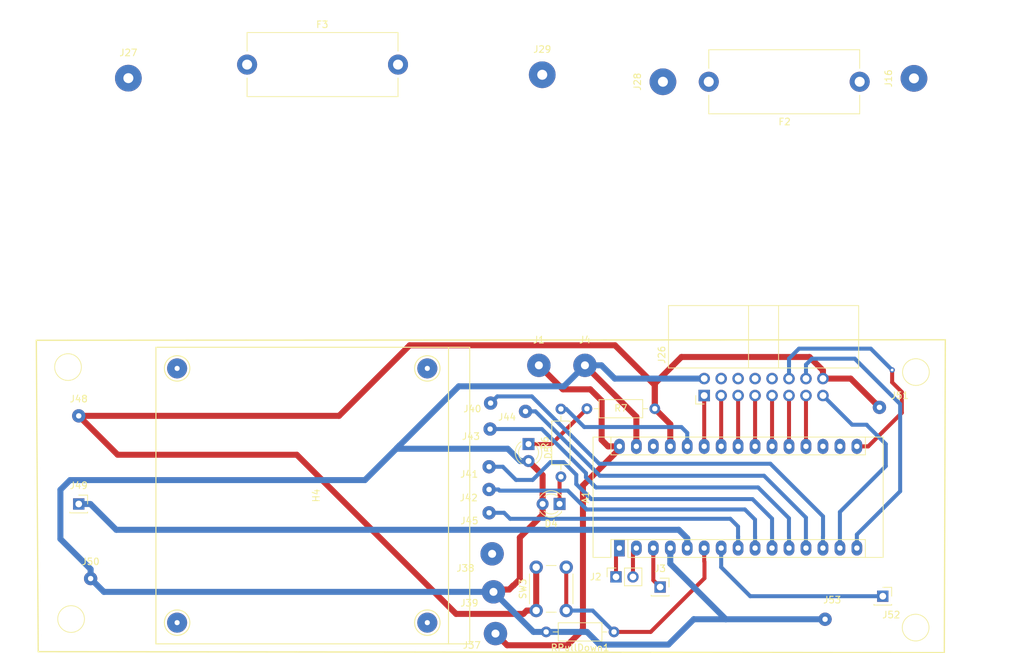
<source format=kicad_pcb>
(kicad_pcb (version 20171130) (host pcbnew 5.1.4-e60b266~84~ubuntu18.04.1)

  (general
    (thickness 1.6)
    (drawings 8)
    (tracks 198)
    (zones 0)
    (modules 34)
    (nets 41)
  )

  (page A4)
  (layers
    (0 F.Cu signal)
    (31 B.Cu signal)
    (32 B.Adhes user)
    (33 F.Adhes user)
    (34 B.Paste user)
    (35 F.Paste user)
    (36 B.SilkS user)
    (37 F.SilkS user)
    (38 B.Mask user)
    (39 F.Mask user)
    (40 Dwgs.User user)
    (41 Cmts.User user)
    (42 Eco1.User user)
    (43 Eco2.User user)
    (44 Edge.Cuts user)
    (45 Margin user)
    (46 B.CrtYd user)
    (47 F.CrtYd user)
    (48 B.Fab user)
    (49 F.Fab user)
  )

  (setup
    (last_trace_width 0.9)
    (trace_clearance 0.3)
    (zone_clearance 0.508)
    (zone_45_only no)
    (trace_min 0.2)
    (via_size 0.8)
    (via_drill 0.4)
    (via_min_size 0.4)
    (via_min_drill 0.3)
    (uvia_size 0.3)
    (uvia_drill 0.1)
    (uvias_allowed no)
    (uvia_min_size 0.2)
    (uvia_min_drill 0.1)
    (edge_width 0.05)
    (segment_width 0.2)
    (pcb_text_width 0.3)
    (pcb_text_size 1.5 1.5)
    (mod_edge_width 0.12)
    (mod_text_size 1 1)
    (mod_text_width 0.15)
    (pad_size 1.524 1.524)
    (pad_drill 0.762)
    (pad_to_mask_clearance 0.051)
    (solder_mask_min_width 0.25)
    (aux_axis_origin 0 0)
    (visible_elements 7FFFFFFF)
    (pcbplotparams
      (layerselection 0x010fc_ffffffff)
      (usegerberextensions false)
      (usegerberattributes false)
      (usegerberadvancedattributes false)
      (creategerberjobfile false)
      (excludeedgelayer true)
      (linewidth 0.100000)
      (plotframeref false)
      (viasonmask false)
      (mode 1)
      (useauxorigin false)
      (hpglpennumber 1)
      (hpglpenspeed 20)
      (hpglpendiameter 15.000000)
      (psnegative false)
      (psa4output false)
      (plotreference true)
      (plotvalue true)
      (plotinvisibletext false)
      (padsonsilk false)
      (subtractmaskfromsilk false)
      (outputformat 1)
      (mirror false)
      (drillshape 1)
      (scaleselection 1)
      (outputdirectory ""))
  )

  (net 0 "")
  (net 1 Rx)
  (net 2 "Net-(A1-Pad17)")
  (net 3 Tx)
  (net 4 "Net-(A1-Pad18)")
  (net 5 ResetArduino)
  (net 6 Sensor1)
  (net 7 GND)
  (net 8 Sensor2)
  (net 9 Encoder1)
  (net 10 Sensor3)
  (net 11 Encoder2)
  (net 12 Sensor4)
  (net 13 Motor1Dir1)
  (net 14 Sensor5)
  (net 15 Motor1Dir2)
  (net 16 Sensor6)
  (net 17 Sensor7)
  (net 18 Motor2PWM)
  (net 19 LedAzul)
  (net 20 Motor1PWM)
  (net 21 5VArduino)
  (net 22 Motor2Dir1)
  (net 23 "Net-(A1-Pad28)")
  (net 24 Motor2Dir2)
  (net 25 SensorEsq)
  (net 26 8.4V)
  (net 27 SensorDir)
  (net 28 Botao1)
  (net 29 "Net-(D4-Pad1)")
  (net 30 "Net-(D5-Pad1)")
  (net 31 PonteHPCBMotor1)
  (net 32 PCBMotor1_fused)
  (net 33 PCBMotor2_fused)
  (net 34 PonteHPCBMotor2)
  (net 35 "Net-(J26-Pad4)")
  (net 36 "Net-(J26-Pad6)")
  (net 37 "Net-(J26-Pad8)")
  (net 38 "Net-(J26-Pad10)")
  (net 39 5VPonteH)
  (net 40 ArduinoD13)

  (net_class Default "This is the default net class."
    (clearance 0.3)
    (trace_width 0.9)
    (via_dia 0.8)
    (via_drill 0.4)
    (uvia_dia 0.3)
    (uvia_drill 0.1)
  )

  (net_class "Critical Long trails" ""
    (clearance 0.6)
    (trace_width 0.9)
    (via_dia 0.8)
    (via_drill 0.4)
    (uvia_dia 0.3)
    (uvia_drill 0.1)
    (add_net Encoder1)
  )

  (net_class Custom ""
    (clearance 0.6)
    (trace_width 0.6)
    (via_dia 0.8)
    (via_drill 0.4)
    (uvia_dia 0.3)
    (uvia_drill 0.1)
    (add_net ArduinoD13)
    (add_net Botao1)
    (add_net Encoder2)
    (add_net LedAzul)
    (add_net Motor1Dir1)
    (add_net Motor1Dir2)
    (add_net Motor1PWM)
    (add_net Motor2Dir1)
    (add_net Motor2Dir2)
    (add_net Motor2PWM)
    (add_net "Net-(A1-Pad17)")
    (add_net "Net-(A1-Pad18)")
    (add_net "Net-(A1-Pad28)")
    (add_net "Net-(D4-Pad1)")
    (add_net "Net-(D5-Pad1)")
    (add_net "Net-(J26-Pad10)")
    (add_net "Net-(J26-Pad4)")
    (add_net "Net-(J26-Pad6)")
    (add_net "Net-(J26-Pad8)")
    (add_net PCBMotor1_fused)
    (add_net PCBMotor2_fused)
    (add_net PonteHPCBMotor1)
    (add_net PonteHPCBMotor2)
    (add_net ResetArduino)
    (add_net Rx)
    (add_net Sensor1)
    (add_net Sensor2)
    (add_net Sensor3)
    (add_net Sensor4)
    (add_net Sensor5)
    (add_net Sensor6)
    (add_net Sensor7)
    (add_net SensorDir)
    (add_net SensorEsq)
    (add_net Tx)
  )

  (net_class POWER ""
    (clearance 0.6)
    (trace_width 0.9)
    (via_dia 0.8)
    (via_drill 0.4)
    (uvia_dia 0.3)
    (uvia_drill 0.1)
    (add_net 5VArduino)
    (add_net 5VPonteH)
    (add_net 8.4V)
    (add_net GND)
  )

  (module Sensores_e_componentes_SL:Arduino_Nano (layer F.Cu) (tedit 5D152127) (tstamp 5D4A1E31)
    (at 115.758 154.686 90)
    (descr "Arduino Nano, http://www.mouser.com/pdfdocs/Gravitech_Arduino_Nano3_0.pdf")
    (tags "Arduino Nano")
    (path /5C812F31)
    (fp_text reference A1 (at 7.62 -5.08 90) (layer F.SilkS)
      (effects (font (size 1 1) (thickness 0.15)))
    )
    (fp_text value Arduino_Nano_v3.x (at 8.89 19.05 180) (layer F.Fab)
      (effects (font (size 1 1) (thickness 0.15)))
    )
    (fp_text user %R (at 6.35 19.05 180) (layer F.Fab)
      (effects (font (size 1 1) (thickness 0.15)))
    )
    (fp_line (start 1.27 1.27) (end 1.27 -1.27) (layer F.SilkS) (width 0.12))
    (fp_line (start 1.27 -1.27) (end -1.4 -1.27) (layer F.SilkS) (width 0.12))
    (fp_line (start -1.4 1.27) (end -1.4 39.5) (layer F.SilkS) (width 0.12))
    (fp_line (start -1.4 -3.94) (end -1.4 -1.27) (layer F.SilkS) (width 0.12))
    (fp_line (start 13.97 -1.27) (end 16.64 -1.27) (layer F.SilkS) (width 0.12))
    (fp_line (start 13.97 -1.27) (end 13.97 36.83) (layer F.SilkS) (width 0.12))
    (fp_line (start 13.97 36.83) (end 16.64 36.83) (layer F.SilkS) (width 0.12))
    (fp_line (start 1.27 1.27) (end -1.4 1.27) (layer F.SilkS) (width 0.12))
    (fp_line (start 1.27 1.27) (end 1.27 36.83) (layer F.SilkS) (width 0.12))
    (fp_line (start 1.27 36.83) (end -1.4 36.83) (layer F.SilkS) (width 0.12))
    (fp_line (start 3.81 31.75) (end 11.43 31.75) (layer F.Fab) (width 0.1))
    (fp_line (start 11.43 31.75) (end 11.43 41.91) (layer F.Fab) (width 0.1))
    (fp_line (start 11.43 41.91) (end 3.81 41.91) (layer F.Fab) (width 0.1))
    (fp_line (start 3.81 41.91) (end 3.81 31.75) (layer F.Fab) (width 0.1))
    (fp_line (start -1.4 39.5) (end 16.64 39.5) (layer F.SilkS) (width 0.12))
    (fp_line (start 16.64 39.5) (end 16.64 -3.94) (layer F.SilkS) (width 0.12))
    (fp_line (start 16.64 -3.94) (end -1.4 -3.94) (layer F.SilkS) (width 0.12))
    (fp_line (start 16.51 39.37) (end -1.27 39.37) (layer F.Fab) (width 0.1))
    (fp_line (start -1.27 39.37) (end -1.27 -2.54) (layer F.Fab) (width 0.1))
    (fp_line (start -1.27 -2.54) (end 0 -3.81) (layer F.Fab) (width 0.1))
    (fp_line (start 0 -3.81) (end 16.51 -3.81) (layer F.Fab) (width 0.1))
    (fp_line (start 16.51 -3.81) (end 16.51 39.37) (layer F.Fab) (width 0.1))
    (fp_line (start -1.53 -4.06) (end 16.75 -4.06) (layer F.CrtYd) (width 0.05))
    (fp_line (start -1.53 -4.06) (end -1.53 42.16) (layer F.CrtYd) (width 0.05))
    (fp_line (start 16.75 42.16) (end 16.75 -4.06) (layer F.CrtYd) (width 0.05))
    (fp_line (start 16.75 42.16) (end -1.53 42.16) (layer F.CrtYd) (width 0.05))
    (pad 1 thru_hole rect (at 0 0 90) (size 2.5 1.6) (drill 0.8) (layers *.Cu *.Mask)
      (net 1 Rx))
    (pad 17 thru_hole oval (at 15.24 33.02 90) (size 2.25 1.6) (drill 0.8) (layers *.Cu *.Mask)
      (net 2 "Net-(A1-Pad17)"))
    (pad 2 thru_hole oval (at 0 2.54 90) (size 2.25 1.6) (drill 0.8) (layers *.Cu *.Mask)
      (net 3 Tx))
    (pad 18 thru_hole oval (at 15.24 30.48 90) (size 2.25 1.6) (drill 0.8) (layers *.Cu *.Mask)
      (net 4 "Net-(A1-Pad18)"))
    (pad 3 thru_hole oval (at 0 5.08 90) (size 2.25 1.6) (drill 0.8) (layers *.Cu *.Mask)
      (net 5 ResetArduino))
    (pad 19 thru_hole oval (at 15.24 27.94 90) (size 2.25 1.6) (drill 0.8) (layers *.Cu *.Mask)
      (net 6 Sensor1))
    (pad 4 thru_hole oval (at 0 7.62 90) (size 2.25 1.6) (drill 0.8) (layers *.Cu *.Mask)
      (net 7 GND))
    (pad 20 thru_hole oval (at 15.24 25.4 90) (size 2.25 1.6) (drill 0.8) (layers *.Cu *.Mask)
      (net 8 Sensor2))
    (pad 5 thru_hole oval (at 0 10.16 90) (size 2.25 1.6) (drill 0.8) (layers *.Cu *.Mask)
      (net 9 Encoder1))
    (pad 21 thru_hole oval (at 15.24 22.86 90) (size 2.25 1.6) (drill 0.8) (layers *.Cu *.Mask)
      (net 10 Sensor3))
    (pad 6 thru_hole oval (at 0 12.7 90) (size 2.25 1.6) (drill 0.8) (layers *.Cu *.Mask)
      (net 28 Botao1))
    (pad 22 thru_hole oval (at 15.24 20.32 90) (size 2.25 1.6) (drill 0.8) (layers *.Cu *.Mask)
      (net 12 Sensor4))
    (pad 7 thru_hole oval (at 0 15.24 90) (size 2.25 1.6) (drill 0.8) (layers *.Cu *.Mask)
      (net 11 Encoder2))
    (pad 23 thru_hole oval (at 15.24 17.78 90) (size 2.25 1.6) (drill 0.8) (layers *.Cu *.Mask)
      (net 14 Sensor5))
    (pad 8 thru_hole oval (at 0 17.78 90) (size 2.25 1.6) (drill 0.8) (layers *.Cu *.Mask)
      (net 18 Motor2PWM))
    (pad 24 thru_hole oval (at 15.24 15.24 90) (size 2.25 1.6) (drill 0.8) (layers *.Cu *.Mask)
      (net 16 Sensor6))
    (pad 9 thru_hole oval (at 0 20.32 90) (size 2.25 1.6) (drill 0.8) (layers *.Cu *.Mask)
      (net 15 Motor1Dir2))
    (pad 25 thru_hole oval (at 15.24 12.7 90) (size 2.25 1.6) (drill 0.8) (layers *.Cu *.Mask)
      (net 17 Sensor7))
    (pad 10 thru_hole oval (at 0 22.86 90) (size 2.25 1.6) (drill 0.8) (layers *.Cu *.Mask)
      (net 13 Motor1Dir1))
    (pad 26 thru_hole oval (at 15.24 10.16 90) (size 2.25 1.6) (drill 0.8) (layers *.Cu *.Mask)
      (net 19 LedAzul))
    (pad 11 thru_hole oval (at 0 25.4 90) (size 2.25 1.6) (drill 0.8) (layers *.Cu *.Mask)
      (net 22 Motor2Dir1))
    (pad 27 thru_hole oval (at 15.24 7.62 90) (size 2.25 1.6) (drill 0.8) (layers *.Cu *.Mask)
      (net 21 5VArduino))
    (pad 12 thru_hole oval (at 0 27.94 90) (size 2.25 1.6) (drill 0.8) (layers *.Cu *.Mask)
      (net 24 Motor2Dir2))
    (pad 28 thru_hole oval (at 15.24 5.08 90) (size 2.25 1.6) (drill 0.8) (layers *.Cu *.Mask)
      (net 23 "Net-(A1-Pad28)"))
    (pad 13 thru_hole oval (at 0 30.48 90) (size 2.25 1.6) (drill 0.8) (layers *.Cu *.Mask)
      (net 20 Motor1PWM))
    (pad 29 thru_hole oval (at 15.24 2.54 90) (size 2.25 1.6) (drill 0.8) (layers *.Cu *.Mask)
      (net 7 GND))
    (pad 14 thru_hole oval (at 0 33.02 90) (size 2.25 1.6) (drill 0.8) (layers *.Cu *.Mask)
      (net 25 SensorEsq))
    (pad 30 thru_hole oval (at 15.24 0 90) (size 2.25 1.6) (drill 0.8) (layers *.Cu *.Mask)
      (net 26 8.4V))
    (pad 15 thru_hole oval (at 0 35.56 90) (size 2.25 1.6) (drill 0.8) (layers *.Cu *.Mask)
      (net 27 SensorDir))
    (pad 16 thru_hole oval (at 15.24 35.56 90) (size 2.25 1.6) (drill 0.8) (layers *.Cu *.Mask)
      (net 40 ArduinoD13))
    (model ${KISYS3DMOD}/Module.3dshapes/Arduino_Nano_WithMountingHoles.wrl
      (at (xyz 0 0 0))
      (scale (xyz 1 1 1))
      (rotate (xyz 0 0 0))
    )
    (model ${KIPRJMOD}/libraries/Sensores_e_componentes_SL.pretty/Arduino_Nano.step
      (offset (xyz 7.7 -18.15 3.5))
      (scale (xyz 1 1 1))
      (rotate (xyz 0 0 90))
    )
  )

  (module LED_THT:LED_D3.0mm (layer F.Cu) (tedit 587A3A7B) (tstamp 5D4A1F81)
    (at 106.8 148.074 180)
    (descr "LED, diameter 3.0mm, 2 pins")
    (tags "LED diameter 3.0mm 2 pins")
    (path /5C81702D)
    (fp_text reference D4 (at 1.27 -2.96 180) (layer F.SilkS)
      (effects (font (size 1 1) (thickness 0.15)))
    )
    (fp_text value LedAzul (at 4.292 -2.016 270) (layer F.Fab)
      (effects (font (size 1 1) (thickness 0.15)))
    )
    (fp_arc (start 1.27 0) (end -0.23 -1.16619) (angle 284.3) (layer F.Fab) (width 0.1))
    (fp_arc (start 1.27 0) (end -0.29 -1.235516) (angle 108.8) (layer F.SilkS) (width 0.12))
    (fp_arc (start 1.27 0) (end -0.29 1.235516) (angle -108.8) (layer F.SilkS) (width 0.12))
    (fp_arc (start 1.27 0) (end 0.229039 -1.08) (angle 87.9) (layer F.SilkS) (width 0.12))
    (fp_arc (start 1.27 0) (end 0.229039 1.08) (angle -87.9) (layer F.SilkS) (width 0.12))
    (fp_circle (center 1.27 0) (end 2.77 0) (layer F.Fab) (width 0.1))
    (fp_line (start -0.23 -1.16619) (end -0.23 1.16619) (layer F.Fab) (width 0.1))
    (fp_line (start -0.29 -1.236) (end -0.29 -1.08) (layer F.SilkS) (width 0.12))
    (fp_line (start -0.29 1.08) (end -0.29 1.236) (layer F.SilkS) (width 0.12))
    (fp_line (start -1.15 -2.25) (end -1.15 2.25) (layer F.CrtYd) (width 0.05))
    (fp_line (start -1.15 2.25) (end 3.7 2.25) (layer F.CrtYd) (width 0.05))
    (fp_line (start 3.7 2.25) (end 3.7 -2.25) (layer F.CrtYd) (width 0.05))
    (fp_line (start 3.7 -2.25) (end -1.15 -2.25) (layer F.CrtYd) (width 0.05))
    (pad 1 thru_hole rect (at 0 0 180) (size 1.8 1.8) (drill 0.9) (layers *.Cu *.Mask)
      (net 29 "Net-(D4-Pad1)"))
    (pad 2 thru_hole circle (at 2.54 0 180) (size 1.8 1.8) (drill 0.9) (layers *.Cu *.Mask)
      (net 7 GND))
    (model ${KISYS3DMOD}/LED_THT.3dshapes/LED_D3.0mm.wrl
      (at (xyz 0 0 0))
      (scale (xyz 1 1 1))
      (rotate (xyz 0 0 0))
    )
  )

  (module LED_THT:LED_D3.0mm (layer F.Cu) (tedit 587A3A7B) (tstamp 5D2FA9E0)
    (at 102.15 139.1 270)
    (descr "LED, diameter 3.0mm, 2 pins")
    (tags "LED diameter 3.0mm 2 pins")
    (path /5D1DC66B)
    (fp_text reference D5 (at 1.27 -2.96 90) (layer F.SilkS)
      (effects (font (size 1 1) (thickness 0.15)))
    )
    (fp_text value LedVerde (at 1.27 2.96 90) (layer F.Fab)
      (effects (font (size 1 1) (thickness 0.15)))
    )
    (fp_line (start 3.7 -2.25) (end -1.15 -2.25) (layer F.CrtYd) (width 0.05))
    (fp_line (start 3.7 2.25) (end 3.7 -2.25) (layer F.CrtYd) (width 0.05))
    (fp_line (start -1.15 2.25) (end 3.7 2.25) (layer F.CrtYd) (width 0.05))
    (fp_line (start -1.15 -2.25) (end -1.15 2.25) (layer F.CrtYd) (width 0.05))
    (fp_line (start -0.29 1.08) (end -0.29 1.236) (layer F.SilkS) (width 0.12))
    (fp_line (start -0.29 -1.236) (end -0.29 -1.08) (layer F.SilkS) (width 0.12))
    (fp_line (start -0.23 -1.16619) (end -0.23 1.16619) (layer F.Fab) (width 0.1))
    (fp_circle (center 1.27 0) (end 2.77 0) (layer F.Fab) (width 0.1))
    (fp_arc (start 1.27 0) (end 0.229039 1.08) (angle -87.9) (layer F.SilkS) (width 0.12))
    (fp_arc (start 1.27 0) (end 0.229039 -1.08) (angle 87.9) (layer F.SilkS) (width 0.12))
    (fp_arc (start 1.27 0) (end -0.29 1.235516) (angle -108.8) (layer F.SilkS) (width 0.12))
    (fp_arc (start 1.27 0) (end -0.29 -1.235516) (angle 108.8) (layer F.SilkS) (width 0.12))
    (fp_arc (start 1.27 0) (end -0.23 -1.16619) (angle 284.3) (layer F.Fab) (width 0.1))
    (pad 2 thru_hole circle (at 2.54 0 270) (size 1.8 1.8) (drill 0.9) (layers *.Cu *.Mask)
      (net 7 GND))
    (pad 1 thru_hole rect (at 0 0 270) (size 1.8 1.8) (drill 0.9) (layers *.Cu *.Mask)
      (net 30 "Net-(D5-Pad1)"))
    (model ${KISYS3DMOD}/LED_THT.3dshapes/LED_D3.0mm.wrl
      (at (xyz 0 0 0))
      (scale (xyz 1 1 1))
      (rotate (xyz 0 0 0))
    )
  )

  (module Fuse:Fuseholder_Cylinder-5x20mm_Stelvio-Kontek_PTF78_Horizontal_Open (layer F.Cu) (tedit 5B7EAE13) (tstamp 5D2FA906)
    (at 151.7412 84.804 180)
    (descr https://www.tme.eu/en/Document/3b48dbe2b9714a62652c97b08fcd464b/PTF78.pdf)
    (tags "Fuseholder horizontal open 5x20 Stelvio-Kontek PTF/78")
    (path /5D2FBDD6)
    (fp_text reference F2 (at 11.25 -6) (layer F.SilkS)
      (effects (font (size 1 1) (thickness 0.15)))
    )
    (fp_text value Fuse-3A (at 13 6) (layer F.Fab)
      (effects (font (size 1 1) (thickness 0.15)))
    )
    (fp_text user %R (at 11.25 4) (layer F.Fab)
      (effects (font (size 1 1) (thickness 0.15)))
    )
    (fp_line (start 0.1 -4.7) (end 0.1 4.7) (layer F.Fab) (width 0.1))
    (fp_line (start 0.1 4.7) (end 22.5 4.7) (layer F.Fab) (width 0.1))
    (fp_line (start 22.5 4.7) (end 22.5 -4.7) (layer F.Fab) (width 0.1))
    (fp_line (start 22.5 -4.7) (end 0.1 -4.7) (layer F.Fab) (width 0.1))
    (fp_line (start -0.15 4.95) (end -0.15 1.85) (layer F.CrtYd) (width 0.05))
    (fp_line (start 22.6 4.8) (end 22.6 2) (layer F.SilkS) (width 0.12))
    (fp_line (start 22.6 -2) (end 22.6 -4.8) (layer F.SilkS) (width 0.12))
    (fp_line (start 0 -2) (end 0 -4.8) (layer F.SilkS) (width 0.12))
    (fp_line (start 0 -4.8) (end 22.6 -4.8) (layer F.SilkS) (width 0.12))
    (fp_line (start 22.75 4.95) (end -0.15 4.95) (layer F.CrtYd) (width 0.05))
    (fp_line (start -0.15 -4.95) (end 22.75 -4.95) (layer F.CrtYd) (width 0.05))
    (fp_line (start 0 4.8) (end 22.6 4.8) (layer F.SilkS) (width 0.12))
    (fp_line (start -0.15 -1.85) (end -0.15 -4.95) (layer F.CrtYd) (width 0.05))
    (fp_line (start 22.75 -1.85) (end 22.75 -4.95) (layer F.CrtYd) (width 0.05))
    (fp_line (start 22.75 1.85) (end 22.75 4.95) (layer F.CrtYd) (width 0.05))
    (fp_line (start 0 4.8) (end 0 2) (layer F.SilkS) (width 0.12))
    (fp_line (start 22.75 -1.85) (end 23 -1.85) (layer F.CrtYd) (width 0.05))
    (fp_line (start 24.45 0.45) (end 24.45 -0.45) (layer F.CrtYd) (width 0.05))
    (fp_line (start 24.45 -0.45) (end 24.05 -1.25) (layer F.CrtYd) (width 0.05))
    (fp_line (start 24.05 -1.25) (end 23.35 -1.75) (layer F.CrtYd) (width 0.05))
    (fp_line (start 23.35 -1.75) (end 23 -1.85) (layer F.CrtYd) (width 0.05))
    (fp_line (start 22.75 1.85) (end 23 1.85) (layer F.CrtYd) (width 0.05))
    (fp_line (start 23 1.85) (end 23.35 1.75) (layer F.CrtYd) (width 0.05))
    (fp_line (start 23.35 1.75) (end 24.05 1.25) (layer F.CrtYd) (width 0.05))
    (fp_line (start 24.05 1.25) (end 24.45 0.45) (layer F.CrtYd) (width 0.05))
    (fp_line (start -0.15 -1.85) (end -0.4 -1.85) (layer F.CrtYd) (width 0.05))
    (fp_line (start -0.4 -1.85) (end -0.75 -1.75) (layer F.CrtYd) (width 0.05))
    (fp_line (start -0.75 -1.75) (end -1.45 -1.25) (layer F.CrtYd) (width 0.05))
    (fp_line (start -1.85 -0.45) (end -1.85 0.45) (layer F.CrtYd) (width 0.05))
    (fp_line (start -1.45 1.25) (end -0.75 1.75) (layer F.CrtYd) (width 0.05))
    (fp_line (start -0.75 1.75) (end -0.4 1.85) (layer F.CrtYd) (width 0.05))
    (fp_line (start -0.4 1.85) (end -0.15 1.85) (layer F.CrtYd) (width 0.05))
    (fp_line (start -1.45 1.25) (end -1.85 0.45) (layer F.CrtYd) (width 0.05))
    (fp_line (start -1.85 -0.45) (end -1.45 -1.25) (layer F.CrtYd) (width 0.05))
    (pad 1 thru_hole circle (at 0 0 180) (size 3 3) (drill 1.5) (layers *.Cu *.Mask)
      (net 31 PonteHPCBMotor1))
    (pad 2 thru_hole circle (at 22.6 0 180) (size 3 3) (drill 1.5) (layers *.Cu *.Mask)
      (net 32 PCBMotor1_fused))
    (model ${KISYS3DMOD}/Fuse.3dshapes/Fuseholder_Cylinder-5x20mm_Stelvio-Kontek_PTF78_Horizontal_Open.wrl
      (at (xyz 0 0 0))
      (scale (xyz 1 1 1))
      (rotate (xyz 0 0 0))
    )
  )

  (module Fuse:Fuseholder_Cylinder-5x20mm_Stelvio-Kontek_PTF78_Horizontal_Open (layer F.Cu) (tedit 5B7EAE13) (tstamp 5D2F8423)
    (at 60.008 82.232)
    (descr https://www.tme.eu/en/Document/3b48dbe2b9714a62652c97b08fcd464b/PTF78.pdf)
    (tags "Fuseholder horizontal open 5x20 Stelvio-Kontek PTF/78")
    (path /5D2FC357)
    (fp_text reference F3 (at 11.25 -6) (layer F.SilkS)
      (effects (font (size 1 1) (thickness 0.15)))
    )
    (fp_text value Fuse-3A (at 13 6) (layer F.Fab)
      (effects (font (size 1 1) (thickness 0.15)))
    )
    (fp_line (start -1.85 -0.45) (end -1.45 -1.25) (layer F.CrtYd) (width 0.05))
    (fp_line (start -1.45 1.25) (end -1.85 0.45) (layer F.CrtYd) (width 0.05))
    (fp_line (start -0.4 1.85) (end -0.15 1.85) (layer F.CrtYd) (width 0.05))
    (fp_line (start -0.75 1.75) (end -0.4 1.85) (layer F.CrtYd) (width 0.05))
    (fp_line (start -1.45 1.25) (end -0.75 1.75) (layer F.CrtYd) (width 0.05))
    (fp_line (start -1.85 -0.45) (end -1.85 0.45) (layer F.CrtYd) (width 0.05))
    (fp_line (start -0.75 -1.75) (end -1.45 -1.25) (layer F.CrtYd) (width 0.05))
    (fp_line (start -0.4 -1.85) (end -0.75 -1.75) (layer F.CrtYd) (width 0.05))
    (fp_line (start -0.15 -1.85) (end -0.4 -1.85) (layer F.CrtYd) (width 0.05))
    (fp_line (start 24.05 1.25) (end 24.45 0.45) (layer F.CrtYd) (width 0.05))
    (fp_line (start 23.35 1.75) (end 24.05 1.25) (layer F.CrtYd) (width 0.05))
    (fp_line (start 23 1.85) (end 23.35 1.75) (layer F.CrtYd) (width 0.05))
    (fp_line (start 22.75 1.85) (end 23 1.85) (layer F.CrtYd) (width 0.05))
    (fp_line (start 23.35 -1.75) (end 23 -1.85) (layer F.CrtYd) (width 0.05))
    (fp_line (start 24.05 -1.25) (end 23.35 -1.75) (layer F.CrtYd) (width 0.05))
    (fp_line (start 24.45 -0.45) (end 24.05 -1.25) (layer F.CrtYd) (width 0.05))
    (fp_line (start 24.45 0.45) (end 24.45 -0.45) (layer F.CrtYd) (width 0.05))
    (fp_line (start 22.75 -1.85) (end 23 -1.85) (layer F.CrtYd) (width 0.05))
    (fp_line (start 0 4.8) (end 0 2) (layer F.SilkS) (width 0.12))
    (fp_line (start 22.75 1.85) (end 22.75 4.95) (layer F.CrtYd) (width 0.05))
    (fp_line (start 22.75 -1.85) (end 22.75 -4.95) (layer F.CrtYd) (width 0.05))
    (fp_line (start -0.15 -1.85) (end -0.15 -4.95) (layer F.CrtYd) (width 0.05))
    (fp_line (start 0 4.8) (end 22.6 4.8) (layer F.SilkS) (width 0.12))
    (fp_line (start -0.15 -4.95) (end 22.75 -4.95) (layer F.CrtYd) (width 0.05))
    (fp_line (start 22.75 4.95) (end -0.15 4.95) (layer F.CrtYd) (width 0.05))
    (fp_line (start 0 -4.8) (end 22.6 -4.8) (layer F.SilkS) (width 0.12))
    (fp_line (start 0 -2) (end 0 -4.8) (layer F.SilkS) (width 0.12))
    (fp_line (start 22.6 -2) (end 22.6 -4.8) (layer F.SilkS) (width 0.12))
    (fp_line (start 22.6 4.8) (end 22.6 2) (layer F.SilkS) (width 0.12))
    (fp_line (start -0.15 4.95) (end -0.15 1.85) (layer F.CrtYd) (width 0.05))
    (fp_line (start 22.5 -4.7) (end 0.1 -4.7) (layer F.Fab) (width 0.1))
    (fp_line (start 22.5 4.7) (end 22.5 -4.7) (layer F.Fab) (width 0.1))
    (fp_line (start 0.1 4.7) (end 22.5 4.7) (layer F.Fab) (width 0.1))
    (fp_line (start 0.1 -4.7) (end 0.1 4.7) (layer F.Fab) (width 0.1))
    (fp_text user %R (at 11.25 4) (layer F.Fab)
      (effects (font (size 1 1) (thickness 0.15)))
    )
    (pad 2 thru_hole circle (at 22.6 0) (size 3 3) (drill 1.5) (layers *.Cu *.Mask)
      (net 33 PCBMotor2_fused))
    (pad 1 thru_hole circle (at 0 0) (size 3 3) (drill 1.5) (layers *.Cu *.Mask)
      (net 34 PonteHPCBMotor2))
    (model ${KISYS3DMOD}/Fuse.3dshapes/Fuseholder_Cylinder-5x20mm_Stelvio-Kontek_PTF78_Horizontal_Open.wrl
      (at (xyz 0 0 0))
      (scale (xyz 1 1 1))
      (rotate (xyz 0 0 0))
    )
  )

  (module Sensores_e_componentes_SL:Ponte_H_furos (layer F.Cu) (tedit 5D150245) (tstamp 5D44A2B6)
    (at 69.85 146.812 90)
    (path /5D1915F0)
    (fp_text reference H4 (at 0 0.5 90) (layer F.SilkS)
      (effects (font (size 1 1) (thickness 0.15)))
    )
    (fp_text value FurosPonteH (at 0 -0.5 90) (layer F.Fab)
      (effects (font (size 1 1) (thickness 0.15)))
    )
    (fp_line (start -22.225 23.495) (end 22.225 23.495) (layer F.SilkS) (width 0.15))
    (fp_line (start 22.225 23.495) (end 22.225 -23.495) (layer F.SilkS) (width 0.15))
    (fp_line (start 22.225 -23.495) (end -22.225 -23.495) (layer F.SilkS) (width 0.15))
    (fp_line (start -22.225 -23.495) (end -22.225 23.495) (layer F.SilkS) (width 0.15))
    (fp_circle (center -19.05 -20.32) (end -19.05 -22.225) (layer F.SilkS) (width 0.15))
    (fp_circle (center 19.05 -20.32) (end 20.955 -20.32) (layer F.SilkS) (width 0.15))
    (fp_line (start -22.225 20.32) (end 22.225 20.32) (layer F.SilkS) (width 0.15))
    (fp_circle (center -19.05 17.145) (end -19.05 19.05) (layer F.SilkS) (width 0.15))
    (fp_circle (center 19.05 17.145) (end 19.05 19.05) (layer F.SilkS) (width 0.15))
    (pad "" np_thru_hole circle (at -19.05 -20.32 90) (size 3 3) (drill 0.762) (layers *.Cu *.Mask))
    (pad "" np_thru_hole circle (at 19.05 -20.32 90) (size 3 3) (drill 0.762) (layers *.Cu *.Mask))
    (pad "" np_thru_hole circle (at 19.05 17.145 90) (size 3 3) (drill 0.762) (layers *.Cu *.Mask))
    (pad "" np_thru_hole circle (at -19.05 17.145 90) (size 3 3) (drill 0.762) (layers *.Cu *.Mask))
    (model ${KIPRJMOD}/libraries/Sensores_e_componentes_SL.pretty/L298D_PonteHV1_0.stp
      (offset (xyz -22 -23 1.5))
      (scale (xyz 1 1 1))
      (rotate (xyz 0 0 0))
    )
  )

  (module Connector_PinSocket_2.54mm:PinSocket_1x02_P2.54mm_Vertical (layer F.Cu) (tedit 5A19A420) (tstamp 5D4A200B)
    (at 115.25 159.004 90)
    (descr "Through hole straight socket strip, 1x02, 2.54mm pitch, single row (from Kicad 4.0.7), script generated")
    (tags "Through hole socket strip THT 1x02 2.54mm single row")
    (path /5D45EE73)
    (fp_text reference J2 (at 0 -3.048 180) (layer F.SilkS)
      (effects (font (size 1 1) (thickness 0.15)))
    )
    (fp_text value Conn_01x02_ArduinoTxRx (at -2.794 -8.382 180) (layer F.Fab)
      (effects (font (size 1 1) (thickness 0.15)))
    )
    (fp_line (start -1.27 -1.27) (end 0.635 -1.27) (layer F.Fab) (width 0.1))
    (fp_line (start 0.635 -1.27) (end 1.27 -0.635) (layer F.Fab) (width 0.1))
    (fp_line (start 1.27 -0.635) (end 1.27 3.81) (layer F.Fab) (width 0.1))
    (fp_line (start 1.27 3.81) (end -1.27 3.81) (layer F.Fab) (width 0.1))
    (fp_line (start -1.27 3.81) (end -1.27 -1.27) (layer F.Fab) (width 0.1))
    (fp_line (start -1.33 1.27) (end 1.33 1.27) (layer F.SilkS) (width 0.12))
    (fp_line (start -1.33 1.27) (end -1.33 3.87) (layer F.SilkS) (width 0.12))
    (fp_line (start -1.33 3.87) (end 1.33 3.87) (layer F.SilkS) (width 0.12))
    (fp_line (start 1.33 1.27) (end 1.33 3.87) (layer F.SilkS) (width 0.12))
    (fp_line (start 1.33 -1.33) (end 1.33 0) (layer F.SilkS) (width 0.12))
    (fp_line (start 0 -1.33) (end 1.33 -1.33) (layer F.SilkS) (width 0.12))
    (fp_line (start -1.8 -1.8) (end 1.75 -1.8) (layer F.CrtYd) (width 0.05))
    (fp_line (start 1.75 -1.8) (end 1.75 4.3) (layer F.CrtYd) (width 0.05))
    (fp_line (start 1.75 4.3) (end -1.8 4.3) (layer F.CrtYd) (width 0.05))
    (fp_line (start -1.8 4.3) (end -1.8 -1.8) (layer F.CrtYd) (width 0.05))
    (fp_text user %R (at 0 1.27 180) (layer F.Fab)
      (effects (font (size 1 1) (thickness 0.15)))
    )
    (pad 1 thru_hole rect (at 0 0 90) (size 1.7 1.7) (drill 1) (layers *.Cu *.Mask)
      (net 1 Rx))
    (pad 2 thru_hole oval (at 0 2.54 90) (size 1.7 1.7) (drill 1) (layers *.Cu *.Mask)
      (net 3 Tx))
    (model ${KISYS3DMOD}/Connector_PinSocket_2.54mm.3dshapes/PinSocket_1x02_P2.54mm_Vertical.wrl
      (at (xyz 0 0 0))
      (scale (xyz 1 1 1))
      (rotate (xyz 0 0 0))
    )
  )

  (module Connector_PinSocket_2.54mm:PinSocket_1x01_P2.54mm_Vertical (layer F.Cu) (tedit 5A19A434) (tstamp 5D4A1FC7)
    (at 121.854 160.528)
    (descr "Through hole straight socket strip, 1x01, 2.54mm pitch, single row (from Kicad 4.0.7), script generated")
    (tags "Through hole socket strip THT 1x01 2.54mm single row")
    (path /5D46520F)
    (fp_text reference J3 (at 0 -2.77) (layer F.SilkS)
      (effects (font (size 1 1) (thickness 0.15)))
    )
    (fp_text value Conn_01x01_ArduinoReset (at -5.842 3.81) (layer F.Fab)
      (effects (font (size 1 1) (thickness 0.15)))
    )
    (fp_line (start -1.27 -1.27) (end 0.635 -1.27) (layer F.Fab) (width 0.1))
    (fp_line (start 0.635 -1.27) (end 1.27 -0.635) (layer F.Fab) (width 0.1))
    (fp_line (start 1.27 -0.635) (end 1.27 1.27) (layer F.Fab) (width 0.1))
    (fp_line (start 1.27 1.27) (end -1.27 1.27) (layer F.Fab) (width 0.1))
    (fp_line (start -1.27 1.27) (end -1.27 -1.27) (layer F.Fab) (width 0.1))
    (fp_line (start -1.33 1.33) (end 1.33 1.33) (layer F.SilkS) (width 0.12))
    (fp_line (start -1.33 1.21) (end -1.33 1.33) (layer F.SilkS) (width 0.12))
    (fp_line (start 1.33 1.21) (end 1.33 1.33) (layer F.SilkS) (width 0.12))
    (fp_line (start 1.33 -1.33) (end 1.33 0) (layer F.SilkS) (width 0.12))
    (fp_line (start 0 -1.33) (end 1.33 -1.33) (layer F.SilkS) (width 0.12))
    (fp_line (start -1.8 -1.8) (end 1.75 -1.8) (layer F.CrtYd) (width 0.05))
    (fp_line (start 1.75 -1.8) (end 1.75 1.75) (layer F.CrtYd) (width 0.05))
    (fp_line (start 1.75 1.75) (end -1.8 1.75) (layer F.CrtYd) (width 0.05))
    (fp_line (start -1.8 1.75) (end -1.8 -1.8) (layer F.CrtYd) (width 0.05))
    (fp_text user %R (at 0 0) (layer F.Fab)
      (effects (font (size 1 1) (thickness 0.15)))
    )
    (pad 1 thru_hole rect (at 0 0) (size 1.7 1.7) (drill 1) (layers *.Cu *.Mask)
      (net 5 ResetArduino))
    (model ${KISYS3DMOD}/Connector_PinSocket_2.54mm.3dshapes/PinSocket_1x01_P2.54mm_Vertical.wrl
      (at (xyz 0 0 0))
      (scale (xyz 1 1 1))
      (rotate (xyz 0 0 0))
    )
  )

  (module Connector_Wire:SolderWirePad_1x01_Drill1.5mm (layer F.Cu) (tedit 5AEE5EB3) (tstamp 5D2F8585)
    (at 159.8692 84.296 90)
    (descr "Wire solder connection")
    (tags connector)
    (path /5D31E89D)
    (attr virtual)
    (fp_text reference J16 (at 0 -3.81 90) (layer F.SilkS)
      (effects (font (size 1 1) (thickness 0.15)))
    )
    (fp_text value Conn_01x01_Motor1PonteHPCB (at 0 3.81 90) (layer F.Fab)
      (effects (font (size 1 1) (thickness 0.15)))
    )
    (fp_line (start 2.5 2.5) (end -2.5 2.5) (layer F.CrtYd) (width 0.05))
    (fp_line (start 2.5 2.5) (end 2.5 -2.5) (layer F.CrtYd) (width 0.05))
    (fp_line (start -2.5 -2.5) (end -2.5 2.5) (layer F.CrtYd) (width 0.05))
    (fp_line (start -2.5 -2.5) (end 2.5 -2.5) (layer F.CrtYd) (width 0.05))
    (fp_text user %R (at 0 0 90) (layer F.Fab)
      (effects (font (size 1 1) (thickness 0.15)))
    )
    (pad 1 thru_hole circle (at 0 0 90) (size 4.0005 4.0005) (drill 1.50114) (layers *.Cu *.Mask)
      (net 31 PonteHPCBMotor1))
  )

  (module Connector_IDC:IDC-Header_2x08_P2.54mm_Horizontal (layer F.Cu) (tedit 59DE20FF) (tstamp 5D4A1EF1)
    (at 128.458 131.826 90)
    (descr "Through hole angled IDC box header, 2x08, 2.54mm pitch, double rows")
    (tags "Through hole IDC box header THT 2x08 2.54mm double row")
    (path /5D2D91DB)
    (fp_text reference J26 (at 6.105 -6.35 -90) (layer F.SilkS)
      (effects (font (size 1 1) (thickness 0.15)))
    )
    (fp_text value Conn_02x08_Odd_Even (at 14.986 21.082) (layer F.Fab)
      (effects (font (size 1 1) (thickness 0.15)))
    )
    (fp_text user %R (at 8.805 8.89 -180) (layer F.Fab)
      (effects (font (size 1 1) (thickness 0.15)))
    )
    (fp_line (start -0.32 -0.32) (end -0.32 0.32) (layer F.Fab) (width 0.1))
    (fp_line (start -0.32 0.32) (end 4.38 0.32) (layer F.Fab) (width 0.1))
    (fp_line (start -0.32 10.48) (end 4.38 10.48) (layer F.Fab) (width 0.1))
    (fp_line (start -0.32 12.38) (end -0.32 13.02) (layer F.Fab) (width 0.1))
    (fp_line (start -0.32 13.02) (end 4.38 13.02) (layer F.Fab) (width 0.1))
    (fp_line (start -0.32 14.92) (end -0.32 15.56) (layer F.Fab) (width 0.1))
    (fp_line (start -0.32 15.56) (end 4.38 15.56) (layer F.Fab) (width 0.1))
    (fp_line (start -0.32 17.46) (end -0.32 18.1) (layer F.Fab) (width 0.1))
    (fp_line (start -0.32 18.1) (end 4.38 18.1) (layer F.Fab) (width 0.1))
    (fp_line (start -0.32 2.22) (end -0.32 2.86) (layer F.Fab) (width 0.1))
    (fp_line (start -0.32 2.86) (end 4.38 2.86) (layer F.Fab) (width 0.1))
    (fp_line (start -0.32 4.76) (end -0.32 5.4) (layer F.Fab) (width 0.1))
    (fp_line (start -0.32 5.4) (end 4.38 5.4) (layer F.Fab) (width 0.1))
    (fp_line (start -0.32 7.3) (end -0.32 7.94) (layer F.Fab) (width 0.1))
    (fp_line (start -0.32 7.94) (end 4.38 7.94) (layer F.Fab) (width 0.1))
    (fp_line (start -0.32 9.84) (end -0.32 10.48) (layer F.Fab) (width 0.1))
    (fp_line (start 13.23 22.88) (end 13.23 -5.1) (layer F.Fab) (width 0.1))
    (fp_line (start 4.38 -0.32) (end -0.32 -0.32) (layer F.Fab) (width 0.1))
    (fp_line (start 4.38 -4.1) (end 5.38 -5.1) (layer F.Fab) (width 0.1))
    (fp_line (start 4.38 11.14) (end 13.23 11.14) (layer F.Fab) (width 0.1))
    (fp_line (start 4.38 12.38) (end -0.32 12.38) (layer F.Fab) (width 0.1))
    (fp_line (start 4.38 14.92) (end -0.32 14.92) (layer F.Fab) (width 0.1))
    (fp_line (start 4.38 17.46) (end -0.32 17.46) (layer F.Fab) (width 0.1))
    (fp_line (start 4.38 2.22) (end -0.32 2.22) (layer F.Fab) (width 0.1))
    (fp_line (start 4.38 22.88) (end 13.23 22.88) (layer F.Fab) (width 0.1))
    (fp_line (start 4.38 22.88) (end 4.38 -4.1) (layer F.Fab) (width 0.1))
    (fp_line (start 4.38 4.76) (end -0.32 4.76) (layer F.Fab) (width 0.1))
    (fp_line (start 4.38 6.64) (end 13.23 6.64) (layer F.Fab) (width 0.1))
    (fp_line (start 4.38 7.3) (end -0.32 7.3) (layer F.Fab) (width 0.1))
    (fp_line (start 4.38 9.84) (end -0.32 9.84) (layer F.Fab) (width 0.1))
    (fp_line (start 5.38 -5.1) (end 13.23 -5.1) (layer F.Fab) (width 0.1))
    (fp_line (start -1.27 -1.27) (end -1.27 0) (layer F.SilkS) (width 0.12))
    (fp_line (start 0 -1.27) (end -1.27 -1.27) (layer F.SilkS) (width 0.12))
    (fp_line (start 13.48 -5.35) (end 13.48 23.13) (layer F.SilkS) (width 0.12))
    (fp_line (start 4.13 -5.35) (end 13.48 -5.35) (layer F.SilkS) (width 0.12))
    (fp_line (start 4.13 11.14) (end 13.48 11.14) (layer F.SilkS) (width 0.12))
    (fp_line (start 4.13 23.13) (end 13.48 23.13) (layer F.SilkS) (width 0.12))
    (fp_line (start 4.13 23.13) (end 4.13 -5.35) (layer F.SilkS) (width 0.12))
    (fp_line (start 4.13 6.64) (end 13.48 6.64) (layer F.SilkS) (width 0.12))
    (fp_line (start -1.12 -5.35) (end 13.48 -5.35) (layer F.CrtYd) (width 0.05))
    (fp_line (start -1.12 23.13) (end -1.12 -5.35) (layer F.CrtYd) (width 0.05))
    (fp_line (start 13.48 -5.35) (end 13.48 23.13) (layer F.CrtYd) (width 0.05))
    (fp_line (start 13.48 23.13) (end -1.12 23.13) (layer F.CrtYd) (width 0.05))
    (pad 1 thru_hole rect (at 0 0 90) (size 1.7272 1.7272) (drill 1.016) (layers *.Cu *.Mask)
      (net 17 Sensor7))
    (pad 2 thru_hole oval (at 2.54 0 90) (size 1.7272 1.7272) (drill 1.016) (layers *.Cu *.Mask)
      (net 7 GND))
    (pad 3 thru_hole oval (at 0 2.54 90) (size 1.7272 1.7272) (drill 1.016) (layers *.Cu *.Mask)
      (net 16 Sensor6))
    (pad 4 thru_hole oval (at 2.54 2.54 90) (size 1.7272 1.7272) (drill 1.016) (layers *.Cu *.Mask)
      (net 35 "Net-(J26-Pad4)"))
    (pad 5 thru_hole oval (at 0 5.08 90) (size 1.7272 1.7272) (drill 1.016) (layers *.Cu *.Mask)
      (net 14 Sensor5))
    (pad 6 thru_hole oval (at 2.54 5.08 90) (size 1.7272 1.7272) (drill 1.016) (layers *.Cu *.Mask)
      (net 36 "Net-(J26-Pad6)"))
    (pad 7 thru_hole oval (at 0 7.62 90) (size 1.7272 1.7272) (drill 1.016) (layers *.Cu *.Mask)
      (net 12 Sensor4))
    (pad 8 thru_hole oval (at 2.54 7.62 90) (size 1.7272 1.7272) (drill 1.016) (layers *.Cu *.Mask)
      (net 37 "Net-(J26-Pad8)"))
    (pad 9 thru_hole oval (at 0 10.16 90) (size 1.7272 1.7272) (drill 1.016) (layers *.Cu *.Mask)
      (net 10 Sensor3))
    (pad 10 thru_hole oval (at 2.54 10.16 90) (size 1.7272 1.7272) (drill 1.016) (layers *.Cu *.Mask)
      (net 38 "Net-(J26-Pad10)"))
    (pad 11 thru_hole oval (at 0 12.7 90) (size 1.7272 1.7272) (drill 1.016) (layers *.Cu *.Mask)
      (net 8 Sensor2))
    (pad 12 thru_hole oval (at 2.54 12.7 90) (size 1.7272 1.7272) (drill 1.016) (layers *.Cu *.Mask)
      (net 40 ArduinoD13))
    (pad 13 thru_hole oval (at 0 15.24 90) (size 1.7272 1.7272) (drill 1.016) (layers *.Cu *.Mask)
      (net 6 Sensor1))
    (pad 14 thru_hole oval (at 2.54 15.24 90) (size 1.7272 1.7272) (drill 1.016) (layers *.Cu *.Mask)
      (net 27 SensorDir))
    (pad 15 thru_hole oval (at 0 17.78 90) (size 1.7272 1.7272) (drill 1.016) (layers *.Cu *.Mask)
      (net 25 SensorEsq))
    (pad 16 thru_hole oval (at 2.54 17.78 90) (size 1.7272 1.7272) (drill 1.016) (layers *.Cu *.Mask)
      (net 21 5VArduino))
    (model ${KISYS3DMOD}/Connector_IDC.3dshapes/IDC-Header_2x08_P2.54mm_Horizontal.wrl
      (at (xyz 0 0 0))
      (scale (xyz 1 1 1))
      (rotate (xyz 0 0 0))
    )
  )

  (module Connector_Wire:SolderWirePad_1x01_Drill1.5mm (layer F.Cu) (tedit 5AEE5EB3) (tstamp 5D2FA356)
    (at 42.228 84.264)
    (descr "Wire solder connection")
    (tags connector)
    (path /5D31E8A3)
    (attr virtual)
    (fp_text reference J27 (at 0 -3.81) (layer F.SilkS)
      (effects (font (size 1 1) (thickness 0.15)))
    )
    (fp_text value Conn_01x01_Motor2PonteHPCB (at 0 3.81) (layer F.Fab)
      (effects (font (size 1 1) (thickness 0.15)))
    )
    (fp_text user %R (at 0 0) (layer F.Fab)
      (effects (font (size 1 1) (thickness 0.15)))
    )
    (fp_line (start -2.5 -2.5) (end 2.5 -2.5) (layer F.CrtYd) (width 0.05))
    (fp_line (start -2.5 -2.5) (end -2.5 2.5) (layer F.CrtYd) (width 0.05))
    (fp_line (start 2.5 2.5) (end 2.5 -2.5) (layer F.CrtYd) (width 0.05))
    (fp_line (start 2.5 2.5) (end -2.5 2.5) (layer F.CrtYd) (width 0.05))
    (pad 1 thru_hole circle (at 0 0) (size 4.0005 4.0005) (drill 1.50114) (layers *.Cu *.Mask)
      (net 34 PonteHPCBMotor2))
  )

  (module Connector_Wire:SolderWirePad_1x01_Drill1.5mm (layer F.Cu) (tedit 5AEE5EB3) (tstamp 5D2FA33B)
    (at 122.2772 84.804 90)
    (descr "Wire solder connection")
    (tags connector)
    (path /5D33C265)
    (attr virtual)
    (fp_text reference J28 (at 0 -3.81 90) (layer F.SilkS)
      (effects (font (size 1 1) (thickness 0.15)))
    )
    (fp_text value Conn_01x01_Motor1PCBMotor (at 0 3.81 90) (layer F.Fab)
      (effects (font (size 1 1) (thickness 0.15)))
    )
    (fp_line (start 2.5 2.5) (end -2.5 2.5) (layer F.CrtYd) (width 0.05))
    (fp_line (start 2.5 2.5) (end 2.5 -2.5) (layer F.CrtYd) (width 0.05))
    (fp_line (start -2.5 -2.5) (end -2.5 2.5) (layer F.CrtYd) (width 0.05))
    (fp_line (start -2.5 -2.5) (end 2.5 -2.5) (layer F.CrtYd) (width 0.05))
    (fp_text user %R (at 0 0 90) (layer F.Fab)
      (effects (font (size 1 1) (thickness 0.15)))
    )
    (pad 1 thru_hole circle (at 0 0 90) (size 4.0005 4.0005) (drill 1.50114) (layers *.Cu *.Mask)
      (net 32 PCBMotor1_fused))
  )

  (module Connector_Wire:SolderWirePad_1x01_Drill1.5mm (layer F.Cu) (tedit 5AEE5EB3) (tstamp 5D2FACDC)
    (at 104.204 83.756)
    (descr "Wire solder connection")
    (tags connector)
    (path /5D33C26B)
    (attr virtual)
    (fp_text reference J29 (at 0 -3.81) (layer F.SilkS)
      (effects (font (size 1 1) (thickness 0.15)))
    )
    (fp_text value Conn_01x01_Motor2PCBMotor (at 0 3.81) (layer F.Fab)
      (effects (font (size 1 1) (thickness 0.15)))
    )
    (fp_text user %R (at 0 0) (layer F.Fab)
      (effects (font (size 1 1) (thickness 0.15)))
    )
    (fp_line (start -2.5 -2.5) (end 2.5 -2.5) (layer F.CrtYd) (width 0.05))
    (fp_line (start -2.5 -2.5) (end -2.5 2.5) (layer F.CrtYd) (width 0.05))
    (fp_line (start 2.5 2.5) (end 2.5 -2.5) (layer F.CrtYd) (width 0.05))
    (fp_line (start 2.5 2.5) (end -2.5 2.5) (layer F.CrtYd) (width 0.05))
    (pad 1 thru_hole circle (at 0 0) (size 4.0005 4.0005) (drill 1.50114) (layers *.Cu *.Mask)
      (net 33 PCBMotor2_fused))
  )

  (module Connector_Wire:SolderWirePad_1x01_Drill1.2mm (layer F.Cu) (tedit 5AEE5EA7) (tstamp 5D44A9FB)
    (at 96.7 155.55)
    (descr "Wire solder connection")
    (tags connector)
    (path /5D181A54)
    (attr virtual)
    (fp_text reference J38 (at -3.99 2.16) (layer F.SilkS)
      (effects (font (size 1 1) (thickness 0.15)))
    )
    (fp_text value Conn_01x01_5VPonteH (at -11.14 0.71) (layer F.Fab)
      (effects (font (size 1 1) (thickness 0.15)))
    )
    (fp_text user %R (at 0 0) (layer F.Fab)
      (effects (font (size 1 1) (thickness 0.15)))
    )
    (fp_line (start -2.25 -2.25) (end 2.25 -2.25) (layer F.CrtYd) (width 0.05))
    (fp_line (start -2.25 -2.25) (end -2.25 2.25) (layer F.CrtYd) (width 0.05))
    (fp_line (start 2.25 2.25) (end 2.25 -2.25) (layer F.CrtYd) (width 0.05))
    (fp_line (start 2.25 2.25) (end -2.25 2.25) (layer F.CrtYd) (width 0.05))
    (pad 1 thru_hole circle (at 0 0) (size 3.50012 3.50012) (drill 1.19888) (layers *.Cu *.Mask)
      (net 39 5VPonteH))
  )

  (module Connector_Wire:SolderWirePad_1x01_Drill1.2mm (layer F.Cu) (tedit 5AEE5EA7) (tstamp 5D44A9E0)
    (at 96.9 161.25)
    (descr "Wire solder connection")
    (tags connector)
    (path /5D181805)
    (attr virtual)
    (fp_text reference J39 (at -3.61 1.68) (layer F.SilkS)
      (effects (font (size 1 1) (thickness 0.15)))
    )
    (fp_text value Conn_01x01_GNDPonteH (at -12.72 0.25) (layer F.Fab)
      (effects (font (size 1 1) (thickness 0.15)))
    )
    (fp_line (start 2.25 2.25) (end -2.25 2.25) (layer F.CrtYd) (width 0.05))
    (fp_line (start 2.25 2.25) (end 2.25 -2.25) (layer F.CrtYd) (width 0.05))
    (fp_line (start -2.25 -2.25) (end -2.25 2.25) (layer F.CrtYd) (width 0.05))
    (fp_line (start -2.25 -2.25) (end 2.25 -2.25) (layer F.CrtYd) (width 0.05))
    (fp_text user %R (at 0 0) (layer F.Fab)
      (effects (font (size 1 1) (thickness 0.15)))
    )
    (pad 1 thru_hole circle (at 0 0) (size 3.50012 3.50012) (drill 1.19888) (layers *.Cu *.Mask)
      (net 7 GND))
  )

  (module Connector_Wire:SolderWirePad_1x01_Drill0.8mm (layer F.Cu) (tedit 5A2676A0) (tstamp 5D44AA31)
    (at 96.47 132.96)
    (descr "Wire solder connection")
    (tags connector)
    (path /5D17BE38)
    (attr virtual)
    (fp_text reference J40 (at -2.73 0.86) (layer F.SilkS)
      (effects (font (size 1 1) (thickness 0.15)))
    )
    (fp_text value Conn_01x01_Motor1PWM (at -6.3628 -2.6042) (layer F.Fab)
      (effects (font (size 1 1) (thickness 0.15)))
    )
    (fp_text user %R (at 0 0) (layer F.Fab)
      (effects (font (size 1 1) (thickness 0.15)))
    )
    (fp_line (start -1.5 -1.5) (end 1.5 -1.5) (layer F.CrtYd) (width 0.05))
    (fp_line (start -1.5 -1.5) (end -1.5 1.5) (layer F.CrtYd) (width 0.05))
    (fp_line (start 1.5 1.5) (end 1.5 -1.5) (layer F.CrtYd) (width 0.05))
    (fp_line (start 1.5 1.5) (end -1.5 1.5) (layer F.CrtYd) (width 0.05))
    (pad 1 thru_hole circle (at 0 0) (size 1.99898 1.99898) (drill 0.8001) (layers *.Cu *.Mask)
      (net 20 Motor1PWM))
  )

  (module Connector_Wire:SolderWirePad_1x01_Drill0.8mm (layer F.Cu) (tedit 5A2676A0) (tstamp 5D44AA16)
    (at 96.25 142.5)
    (descr "Wire solder connection")
    (tags connector)
    (path /5D17CB00)
    (attr virtual)
    (fp_text reference J41 (at -2.99 1.12) (layer F.SilkS)
      (effects (font (size 1 1) (thickness 0.15)))
    )
    (fp_text value Conn_01x01_Motor1Dir1 (at -11.21 -0.29) (layer F.Fab)
      (effects (font (size 1 1) (thickness 0.15)))
    )
    (fp_text user %R (at 0 0) (layer F.Fab)
      (effects (font (size 1 1) (thickness 0.15)))
    )
    (fp_line (start -1.5 -1.5) (end 1.5 -1.5) (layer F.CrtYd) (width 0.05))
    (fp_line (start -1.5 -1.5) (end -1.5 1.5) (layer F.CrtYd) (width 0.05))
    (fp_line (start 1.5 1.5) (end 1.5 -1.5) (layer F.CrtYd) (width 0.05))
    (fp_line (start 1.5 1.5) (end -1.5 1.5) (layer F.CrtYd) (width 0.05))
    (pad 1 thru_hole circle (at 0 0) (size 1.99898 1.99898) (drill 0.8001) (layers *.Cu *.Mask)
      (net 13 Motor1Dir1))
  )

  (module Connector_Wire:SolderWirePad_1x01_Drill0.8mm (layer F.Cu) (tedit 5A2676A0) (tstamp 5D44AA82)
    (at 96.241 145.907)
    (descr "Wire solder connection")
    (tags connector)
    (path /5D17CCD0)
    (attr virtual)
    (fp_text reference J42 (at -3.05 1.25) (layer F.SilkS)
      (effects (font (size 1 1) (thickness 0.15)))
    )
    (fp_text value Conn_01x01_Motor1Dir2 (at -10.84 -0.09) (layer F.Fab)
      (effects (font (size 1 1) (thickness 0.15)))
    )
    (fp_line (start 1.5 1.5) (end -1.5 1.5) (layer F.CrtYd) (width 0.05))
    (fp_line (start 1.5 1.5) (end 1.5 -1.5) (layer F.CrtYd) (width 0.05))
    (fp_line (start -1.5 -1.5) (end -1.5 1.5) (layer F.CrtYd) (width 0.05))
    (fp_line (start -1.5 -1.5) (end 1.5 -1.5) (layer F.CrtYd) (width 0.05))
    (fp_text user %R (at 0 0) (layer F.Fab)
      (effects (font (size 1 1) (thickness 0.15)))
    )
    (pad 1 thru_hole circle (at 0 0) (size 1.99898 1.99898) (drill 0.8001) (layers *.Cu *.Mask)
      (net 15 Motor1Dir2))
  )

  (module Connector_Wire:SolderWirePad_1x01_Drill0.8mm (layer F.Cu) (tedit 5A2676A0) (tstamp 5D44AA67)
    (at 96.4 136.85)
    (descr "Wire solder connection")
    (tags connector)
    (path /5D17CE09)
    (attr virtual)
    (fp_text reference J43 (at -2.87 1.1) (layer F.SilkS)
      (effects (font (size 1 1) (thickness 0.15)))
    )
    (fp_text value Conn_01x01_Motor2Dir1 (at -11.11 -0.37) (layer F.Fab)
      (effects (font (size 1 1) (thickness 0.15)))
    )
    (fp_text user %R (at 0 0) (layer F.Fab)
      (effects (font (size 1 1) (thickness 0.15)))
    )
    (fp_line (start -1.5 -1.5) (end 1.5 -1.5) (layer F.CrtYd) (width 0.05))
    (fp_line (start -1.5 -1.5) (end -1.5 1.5) (layer F.CrtYd) (width 0.05))
    (fp_line (start 1.5 1.5) (end 1.5 -1.5) (layer F.CrtYd) (width 0.05))
    (fp_line (start 1.5 1.5) (end -1.5 1.5) (layer F.CrtYd) (width 0.05))
    (pad 1 thru_hole circle (at 0 0) (size 1.99898 1.99898) (drill 0.8001) (layers *.Cu *.Mask)
      (net 22 Motor2Dir1))
  )

  (module Connector_Wire:SolderWirePad_1x01_Drill0.8mm (layer F.Cu) (tedit 5A2676A0) (tstamp 5D44AA4C)
    (at 101.7 134.2)
    (descr "Wire solder connection")
    (tags connector)
    (path /5D17CF2D)
    (attr virtual)
    (fp_text reference J44 (at -2.76 0.86) (layer F.SilkS)
      (effects (font (size 1 1) (thickness 0.15)))
    )
    (fp_text value Conn_01x01_Motor2Dir2 (at -11.21 -0.82) (layer F.Fab)
      (effects (font (size 1 1) (thickness 0.15)))
    )
    (fp_line (start 1.5 1.5) (end -1.5 1.5) (layer F.CrtYd) (width 0.05))
    (fp_line (start 1.5 1.5) (end 1.5 -1.5) (layer F.CrtYd) (width 0.05))
    (fp_line (start -1.5 -1.5) (end -1.5 1.5) (layer F.CrtYd) (width 0.05))
    (fp_line (start -1.5 -1.5) (end 1.5 -1.5) (layer F.CrtYd) (width 0.05))
    (fp_text user %R (at 0 0) (layer F.Fab)
      (effects (font (size 1 1) (thickness 0.15)))
    )
    (pad 1 thru_hole circle (at 0 0) (size 1.99898 1.99898) (drill 0.8001) (layers *.Cu *.Mask)
      (net 24 Motor2Dir2))
  )

  (module Connector_Wire:SolderWirePad_1x01_Drill0.8mm (layer F.Cu) (tedit 5A2676A0) (tstamp 5D44AA9D)
    (at 96.25 149.4)
    (descr "Wire solder connection")
    (tags connector)
    (path /5D17D53A)
    (attr virtual)
    (fp_text reference J45 (at -2.95 1.2) (layer F.SilkS)
      (effects (font (size 1 1) (thickness 0.15)))
    )
    (fp_text value Conn_01x01_Motor2PWM (at -11.87 -0.01) (layer F.Fab)
      (effects (font (size 1 1) (thickness 0.15)))
    )
    (fp_text user %R (at 0 0) (layer F.Fab)
      (effects (font (size 1 1) (thickness 0.15)))
    )
    (fp_line (start -1.5 -1.5) (end 1.5 -1.5) (layer F.CrtYd) (width 0.05))
    (fp_line (start -1.5 -1.5) (end -1.5 1.5) (layer F.CrtYd) (width 0.05))
    (fp_line (start 1.5 1.5) (end 1.5 -1.5) (layer F.CrtYd) (width 0.05))
    (fp_line (start 1.5 1.5) (end -1.5 1.5) (layer F.CrtYd) (width 0.05))
    (pad 1 thru_hole circle (at 0 0) (size 1.99898 1.99898) (drill 0.8001) (layers *.Cu *.Mask)
      (net 18 Motor2PWM))
  )

  (module Connector_Wire:SolderWirePad_1x01_Drill0.8mm (layer F.Cu) (tedit 5A2676A0) (tstamp 5D2FA212)
    (at 34.798 134.874)
    (descr "Wire solder connection")
    (tags connector)
    (path /5D18DC68)
    (attr virtual)
    (fp_text reference J48 (at 0 -2.54) (layer F.SilkS)
      (effects (font (size 1 1) (thickness 0.15)))
    )
    (fp_text value Conn_01x01_5VEncoderEsq (at 0 2.54) (layer F.Fab)
      (effects (font (size 1 1) (thickness 0.15)))
    )
    (fp_line (start 1.5 1.5) (end -1.5 1.5) (layer F.CrtYd) (width 0.05))
    (fp_line (start 1.5 1.5) (end 1.5 -1.5) (layer F.CrtYd) (width 0.05))
    (fp_line (start -1.5 -1.5) (end -1.5 1.5) (layer F.CrtYd) (width 0.05))
    (fp_line (start -1.5 -1.5) (end 1.5 -1.5) (layer F.CrtYd) (width 0.05))
    (fp_text user %R (at -2.4638 -0.762) (layer F.Fab)
      (effects (font (size 1 1) (thickness 0.15)))
    )
    (pad 1 thru_hole circle (at 0 0) (size 1.99898 1.99898) (drill 0.8001) (layers *.Cu *.Mask)
      (net 21 5VArduino))
  )

  (module Connector_PinSocket_2.54mm:PinSocket_1x01_P2.54mm_Vertical (layer F.Cu) (tedit 5A19A434) (tstamp 5D2FA1E3)
    (at 34.798 148.082)
    (descr "Through hole straight socket strip, 1x01, 2.54mm pitch, single row (from Kicad 4.0.7), script generated")
    (tags "Through hole socket strip THT 1x01 2.54mm single row")
    (path /5D18E3FC)
    (fp_text reference J49 (at 0 -2.77) (layer F.SilkS)
      (effects (font (size 1 1) (thickness 0.15)))
    )
    (fp_text value Conn_01x01_OutputEncoderEsq (at 0 2.77) (layer F.Fab)
      (effects (font (size 1 1) (thickness 0.15)))
    )
    (fp_line (start -1.27 -1.27) (end 0.635 -1.27) (layer F.Fab) (width 0.1))
    (fp_line (start 0.635 -1.27) (end 1.27 -0.635) (layer F.Fab) (width 0.1))
    (fp_line (start 1.27 -0.635) (end 1.27 1.27) (layer F.Fab) (width 0.1))
    (fp_line (start 1.27 1.27) (end -1.27 1.27) (layer F.Fab) (width 0.1))
    (fp_line (start -1.27 1.27) (end -1.27 -1.27) (layer F.Fab) (width 0.1))
    (fp_line (start -1.33 1.33) (end 1.33 1.33) (layer F.SilkS) (width 0.12))
    (fp_line (start -1.33 1.21) (end -1.33 1.33) (layer F.SilkS) (width 0.12))
    (fp_line (start 1.33 1.21) (end 1.33 1.33) (layer F.SilkS) (width 0.12))
    (fp_line (start 1.33 -1.33) (end 1.33 0) (layer F.SilkS) (width 0.12))
    (fp_line (start 0 -1.33) (end 1.33 -1.33) (layer F.SilkS) (width 0.12))
    (fp_line (start -1.8 -1.8) (end 1.75 -1.8) (layer F.CrtYd) (width 0.05))
    (fp_line (start 1.75 -1.8) (end 1.75 1.75) (layer F.CrtYd) (width 0.05))
    (fp_line (start 1.75 1.75) (end -1.8 1.75) (layer F.CrtYd) (width 0.05))
    (fp_line (start -1.8 1.75) (end -1.8 -1.8) (layer F.CrtYd) (width 0.05))
    (fp_text user %R (at 0 0) (layer F.Fab)
      (effects (font (size 1 1) (thickness 0.15)))
    )
    (pad 1 thru_hole rect (at 0 0) (size 1.7 1.7) (drill 1) (layers *.Cu *.Mask)
      (net 9 Encoder1))
    (model ${KISYS3DMOD}/Connector_PinSocket_2.54mm.3dshapes/PinSocket_1x01_P2.54mm_Vertical.wrl
      (at (xyz 0 0 0))
      (scale (xyz 1 1 1))
      (rotate (xyz 0 0 0))
    )
  )

  (module Connector_Wire:SolderWirePad_1x01_Drill0.8mm (layer F.Cu) (tedit 5A2676A0) (tstamp 5D44AB32)
    (at 36.576 159.258)
    (descr "Wire solder connection")
    (tags connector)
    (path /5D18E464)
    (attr virtual)
    (fp_text reference J50 (at 0 -2.54) (layer F.SilkS)
      (effects (font (size 1 1) (thickness 0.15)))
    )
    (fp_text value Conn_01x01_GNDEncoderEsq (at 0 2.54) (layer F.Fab)
      (effects (font (size 1 1) (thickness 0.15)))
    )
    (fp_text user %R (at 0 0) (layer F.Fab)
      (effects (font (size 1 1) (thickness 0.15)))
    )
    (fp_line (start -1.5 -1.5) (end 1.5 -1.5) (layer F.CrtYd) (width 0.05))
    (fp_line (start -1.5 -1.5) (end -1.5 1.5) (layer F.CrtYd) (width 0.05))
    (fp_line (start 1.5 1.5) (end 1.5 -1.5) (layer F.CrtYd) (width 0.05))
    (fp_line (start 1.5 1.5) (end -1.5 1.5) (layer F.CrtYd) (width 0.05))
    (pad 1 thru_hole circle (at 0 0) (size 1.99898 1.99898) (drill 0.8001) (layers *.Cu *.Mask)
      (net 7 GND))
  )

  (module Connector_Wire:SolderWirePad_1x01_Drill0.8mm (layer F.Cu) (tedit 5A2676A0) (tstamp 5D4A1DE3)
    (at 154.7 133.6)
    (descr "Wire solder connection")
    (tags connector)
    (path /5D19974C)
    (attr virtual)
    (fp_text reference J51 (at 3.048 -1.778) (layer F.SilkS)
      (effects (font (size 1 1) (thickness 0.15)))
    )
    (fp_text value Conn_01x01_5VEncoderDir (at 11.684 1.27) (layer F.Fab)
      (effects (font (size 1 1) (thickness 0.15)))
    )
    (fp_line (start 1.5 1.5) (end -1.5 1.5) (layer F.CrtYd) (width 0.05))
    (fp_line (start 1.5 1.5) (end 1.5 -1.5) (layer F.CrtYd) (width 0.05))
    (fp_line (start -1.5 -1.5) (end -1.5 1.5) (layer F.CrtYd) (width 0.05))
    (fp_line (start -1.5 -1.5) (end 1.5 -1.5) (layer F.CrtYd) (width 0.05))
    (fp_text user %R (at 0 0) (layer F.Fab)
      (effects (font (size 1 1) (thickness 0.15)))
    )
    (pad 1 thru_hole circle (at 0 0) (size 1.99898 1.99898) (drill 0.8001) (layers *.Cu *.Mask)
      (net 21 5VArduino))
  )

  (module Connector_PinSocket_2.54mm:PinSocket_1x01_P2.54mm_Vertical (layer F.Cu) (tedit 5A19A434) (tstamp 5D449E49)
    (at 155.2 161.9)
    (descr "Through hole straight socket strip, 1x01, 2.54mm pitch, single row (from Kicad 4.0.7), script generated")
    (tags "Through hole socket strip THT 1x01 2.54mm single row")
    (path /5D199753)
    (fp_text reference J52 (at 1.27 2.794) (layer F.SilkS)
      (effects (font (size 1 1) (thickness 0.15)))
    )
    (fp_text value Conn_01x01_OutputEncoderDir (at -13.97 0) (layer F.Fab)
      (effects (font (size 1 1) (thickness 0.15)))
    )
    (fp_text user %R (at 0 0) (layer F.Fab)
      (effects (font (size 1 1) (thickness 0.15)))
    )
    (fp_line (start -1.8 1.75) (end -1.8 -1.8) (layer F.CrtYd) (width 0.05))
    (fp_line (start 1.75 1.75) (end -1.8 1.75) (layer F.CrtYd) (width 0.05))
    (fp_line (start 1.75 -1.8) (end 1.75 1.75) (layer F.CrtYd) (width 0.05))
    (fp_line (start -1.8 -1.8) (end 1.75 -1.8) (layer F.CrtYd) (width 0.05))
    (fp_line (start 0 -1.33) (end 1.33 -1.33) (layer F.SilkS) (width 0.12))
    (fp_line (start 1.33 -1.33) (end 1.33 0) (layer F.SilkS) (width 0.12))
    (fp_line (start 1.33 1.21) (end 1.33 1.33) (layer F.SilkS) (width 0.12))
    (fp_line (start -1.33 1.21) (end -1.33 1.33) (layer F.SilkS) (width 0.12))
    (fp_line (start -1.33 1.33) (end 1.33 1.33) (layer F.SilkS) (width 0.12))
    (fp_line (start -1.27 1.27) (end -1.27 -1.27) (layer F.Fab) (width 0.1))
    (fp_line (start 1.27 1.27) (end -1.27 1.27) (layer F.Fab) (width 0.1))
    (fp_line (start 1.27 -0.635) (end 1.27 1.27) (layer F.Fab) (width 0.1))
    (fp_line (start 0.635 -1.27) (end 1.27 -0.635) (layer F.Fab) (width 0.1))
    (fp_line (start -1.27 -1.27) (end 0.635 -1.27) (layer F.Fab) (width 0.1))
    (pad 1 thru_hole rect (at 0 0) (size 1.7 1.7) (drill 1) (layers *.Cu *.Mask)
      (net 11 Encoder2))
    (model ${KISYS3DMOD}/Connector_PinSocket_2.54mm.3dshapes/PinSocket_1x01_P2.54mm_Vertical.wrl
      (at (xyz 0 0 0))
      (scale (xyz 1 1 1))
      (rotate (xyz 0 0 0))
    )
  )

  (module Connector_Wire:SolderWirePad_1x01_Drill0.8mm (layer F.Cu) (tedit 5A2676A0) (tstamp 5D363F2D)
    (at 146.558 165.354)
    (descr "Wire solder connection")
    (tags connector)
    (path /5D19975A)
    (attr virtual)
    (fp_text reference J53 (at 1.0668 -2.8956) (layer F.SilkS)
      (effects (font (size 1 1) (thickness 0.15)))
    )
    (fp_text value Conn_01x01_GNDEncoderDir (at 12.4968 0.6604) (layer F.Fab)
      (effects (font (size 1 1) (thickness 0.15)))
    )
    (fp_line (start 1.5 1.5) (end -1.5 1.5) (layer F.CrtYd) (width 0.05))
    (fp_line (start 1.5 1.5) (end 1.5 -1.5) (layer F.CrtYd) (width 0.05))
    (fp_line (start -1.5 -1.5) (end -1.5 1.5) (layer F.CrtYd) (width 0.05))
    (fp_line (start -1.5 -1.5) (end 1.5 -1.5) (layer F.CrtYd) (width 0.05))
    (fp_text user %R (at 1.0668 -2.8956) (layer F.Fab)
      (effects (font (size 1 1) (thickness 0.15)))
    )
    (pad 1 thru_hole circle (at 0 0) (size 1.99898 1.99898) (drill 0.8001) (layers *.Cu *.Mask)
      (net 7 GND))
  )

  (module Resistor_THT:R_Axial_DIN0207_L6.3mm_D2.5mm_P10.16mm_Horizontal (layer F.Cu) (tedit 5AE5139B) (tstamp 5D4A204E)
    (at 107 144 90)
    (descr "Resistor, Axial_DIN0207 series, Axial, Horizontal, pin pitch=10.16mm, 0.25W = 1/4W, length*diameter=6.3*2.5mm^2, http://cdn-reichelt.de/documents/datenblatt/B400/1_4W%23YAG.pdf")
    (tags "Resistor Axial_DIN0207 series Axial Horizontal pin pitch 10.16mm 0.25W = 1/4W length 6.3mm diameter 2.5mm")
    (path /5C817C0F)
    (fp_text reference R6 (at 5.08 -2.37 90) (layer F.SilkS)
      (effects (font (size 1 1) (thickness 0.15)))
    )
    (fp_text value R330LedAzul (at 5.08 2.37 90) (layer F.Fab)
      (effects (font (size 1 1) (thickness 0.15)))
    )
    (fp_text user %R (at 5.08 0 90) (layer F.Fab)
      (effects (font (size 1 1) (thickness 0.15)))
    )
    (fp_line (start 11.21 -1.5) (end -1.05 -1.5) (layer F.CrtYd) (width 0.05))
    (fp_line (start 11.21 1.5) (end 11.21 -1.5) (layer F.CrtYd) (width 0.05))
    (fp_line (start -1.05 1.5) (end 11.21 1.5) (layer F.CrtYd) (width 0.05))
    (fp_line (start -1.05 -1.5) (end -1.05 1.5) (layer F.CrtYd) (width 0.05))
    (fp_line (start 9.12 0) (end 8.35 0) (layer F.SilkS) (width 0.12))
    (fp_line (start 1.04 0) (end 1.81 0) (layer F.SilkS) (width 0.12))
    (fp_line (start 8.35 -1.37) (end 1.81 -1.37) (layer F.SilkS) (width 0.12))
    (fp_line (start 8.35 1.37) (end 8.35 -1.37) (layer F.SilkS) (width 0.12))
    (fp_line (start 1.81 1.37) (end 8.35 1.37) (layer F.SilkS) (width 0.12))
    (fp_line (start 1.81 -1.37) (end 1.81 1.37) (layer F.SilkS) (width 0.12))
    (fp_line (start 10.16 0) (end 8.23 0) (layer F.Fab) (width 0.1))
    (fp_line (start 0 0) (end 1.93 0) (layer F.Fab) (width 0.1))
    (fp_line (start 8.23 -1.25) (end 1.93 -1.25) (layer F.Fab) (width 0.1))
    (fp_line (start 8.23 1.25) (end 8.23 -1.25) (layer F.Fab) (width 0.1))
    (fp_line (start 1.93 1.25) (end 8.23 1.25) (layer F.Fab) (width 0.1))
    (fp_line (start 1.93 -1.25) (end 1.93 1.25) (layer F.Fab) (width 0.1))
    (pad 2 thru_hole oval (at 10.16 0 90) (size 1.6 1.6) (drill 0.8) (layers *.Cu *.Mask)
      (net 19 LedAzul))
    (pad 1 thru_hole circle (at 0 0 90) (size 1.6 1.6) (drill 0.8) (layers *.Cu *.Mask)
      (net 29 "Net-(D4-Pad1)"))
    (model ${KISYS3DMOD}/Resistor_THT.3dshapes/R_Axial_DIN0207_L6.3mm_D2.5mm_P10.16mm_Horizontal.wrl
      (at (xyz 0 0 0))
      (scale (xyz 1 1 1))
      (rotate (xyz 0 0 0))
    )
  )

  (module Resistor_THT:R_Axial_DIN0207_L6.3mm_D2.5mm_P10.16mm_Horizontal (layer F.Cu) (tedit 5AE5139B) (tstamp 5D2FAA86)
    (at 110.9 133.8)
    (descr "Resistor, Axial_DIN0207 series, Axial, Horizontal, pin pitch=10.16mm, 0.25W = 1/4W, length*diameter=6.3*2.5mm^2, http://cdn-reichelt.de/documents/datenblatt/B400/1_4W%23YAG.pdf")
    (tags "Resistor Axial_DIN0207 series Axial Horizontal pin pitch 10.16mm 0.25W = 1/4W length 6.3mm diameter 2.5mm")
    (path /5D1DC4E5)
    (fp_text reference R7 (at 5.08 -0.076) (layer F.SilkS)
      (effects (font (size 1 1) (thickness 0.15)))
    )
    (fp_text value R330LedVerde (at 5.264 -2.108) (layer F.Fab)
      (effects (font (size 1 1) (thickness 0.15)))
    )
    (fp_line (start 1.93 -1.25) (end 1.93 1.25) (layer F.Fab) (width 0.1))
    (fp_line (start 1.93 1.25) (end 8.23 1.25) (layer F.Fab) (width 0.1))
    (fp_line (start 8.23 1.25) (end 8.23 -1.25) (layer F.Fab) (width 0.1))
    (fp_line (start 8.23 -1.25) (end 1.93 -1.25) (layer F.Fab) (width 0.1))
    (fp_line (start 0 0) (end 1.93 0) (layer F.Fab) (width 0.1))
    (fp_line (start 10.16 0) (end 8.23 0) (layer F.Fab) (width 0.1))
    (fp_line (start 1.81 -1.37) (end 1.81 1.37) (layer F.SilkS) (width 0.12))
    (fp_line (start 1.81 1.37) (end 8.35 1.37) (layer F.SilkS) (width 0.12))
    (fp_line (start 8.35 1.37) (end 8.35 -1.37) (layer F.SilkS) (width 0.12))
    (fp_line (start 8.35 -1.37) (end 1.81 -1.37) (layer F.SilkS) (width 0.12))
    (fp_line (start 1.04 0) (end 1.81 0) (layer F.SilkS) (width 0.12))
    (fp_line (start 9.12 0) (end 8.35 0) (layer F.SilkS) (width 0.12))
    (fp_line (start -1.05 -1.5) (end -1.05 1.5) (layer F.CrtYd) (width 0.05))
    (fp_line (start -1.05 1.5) (end 11.21 1.5) (layer F.CrtYd) (width 0.05))
    (fp_line (start 11.21 1.5) (end 11.21 -1.5) (layer F.CrtYd) (width 0.05))
    (fp_line (start 11.21 -1.5) (end -1.05 -1.5) (layer F.CrtYd) (width 0.05))
    (fp_text user %R (at 5.08 0) (layer F.Fab)
      (effects (font (size 1 1) (thickness 0.15)))
    )
    (pad 1 thru_hole circle (at 0 0) (size 1.6 1.6) (drill 0.8) (layers *.Cu *.Mask)
      (net 30 "Net-(D5-Pad1)"))
    (pad 2 thru_hole oval (at 10.16 0) (size 1.6 1.6) (drill 0.8) (layers *.Cu *.Mask)
      (net 21 5VArduino))
    (model ${KISYS3DMOD}/Resistor_THT.3dshapes/R_Axial_DIN0207_L6.3mm_D2.5mm_P10.16mm_Horizontal.wrl
      (at (xyz 0 0 0))
      (scale (xyz 1 1 1))
      (rotate (xyz 0 0 0))
    )
  )

  (module Resistor_THT:R_Axial_DIN0207_L6.3mm_D2.5mm_P10.16mm_Horizontal (layer F.Cu) (tedit 5AE5139B) (tstamp 5D515E2A)
    (at 114.95 167.25 180)
    (descr "Resistor, Axial_DIN0207 series, Axial, Horizontal, pin pitch=10.16mm, 0.25W = 1/4W, length*diameter=6.3*2.5mm^2, http://cdn-reichelt.de/documents/datenblatt/B400/1_4W%23YAG.pdf")
    (tags "Resistor Axial_DIN0207 series Axial Horizontal pin pitch 10.16mm 0.25W = 1/4W length 6.3mm diameter 2.5mm")
    (path /5D1E3F24)
    (fp_text reference RPullDown1 (at 5.08 -2.37 180) (layer F.SilkS)
      (effects (font (size 1 1) (thickness 0.15)))
    )
    (fp_text value R10KPullDown (at 5.08 2.37 180) (layer F.Fab)
      (effects (font (size 1 1) (thickness 0.15)))
    )
    (fp_text user %R (at 5.08 0 180) (layer F.Fab)
      (effects (font (size 1 1) (thickness 0.15)))
    )
    (fp_line (start 11.21 -1.5) (end -1.05 -1.5) (layer F.CrtYd) (width 0.05))
    (fp_line (start 11.21 1.5) (end 11.21 -1.5) (layer F.CrtYd) (width 0.05))
    (fp_line (start -1.05 1.5) (end 11.21 1.5) (layer F.CrtYd) (width 0.05))
    (fp_line (start -1.05 -1.5) (end -1.05 1.5) (layer F.CrtYd) (width 0.05))
    (fp_line (start 9.12 0) (end 8.35 0) (layer F.SilkS) (width 0.12))
    (fp_line (start 1.04 0) (end 1.81 0) (layer F.SilkS) (width 0.12))
    (fp_line (start 8.35 -1.37) (end 1.81 -1.37) (layer F.SilkS) (width 0.12))
    (fp_line (start 8.35 1.37) (end 8.35 -1.37) (layer F.SilkS) (width 0.12))
    (fp_line (start 1.81 1.37) (end 8.35 1.37) (layer F.SilkS) (width 0.12))
    (fp_line (start 1.81 -1.37) (end 1.81 1.37) (layer F.SilkS) (width 0.12))
    (fp_line (start 10.16 0) (end 8.23 0) (layer F.Fab) (width 0.1))
    (fp_line (start 0 0) (end 1.93 0) (layer F.Fab) (width 0.1))
    (fp_line (start 8.23 -1.25) (end 1.93 -1.25) (layer F.Fab) (width 0.1))
    (fp_line (start 8.23 1.25) (end 8.23 -1.25) (layer F.Fab) (width 0.1))
    (fp_line (start 1.93 1.25) (end 8.23 1.25) (layer F.Fab) (width 0.1))
    (fp_line (start 1.93 -1.25) (end 1.93 1.25) (layer F.Fab) (width 0.1))
    (pad 2 thru_hole oval (at 10.16 0 180) (size 1.6 1.6) (drill 0.8) (layers *.Cu *.Mask)
      (net 7 GND))
    (pad 1 thru_hole circle (at 0 0 180) (size 1.6 1.6) (drill 0.8) (layers *.Cu *.Mask)
      (net 28 Botao1))
    (model ${KISYS3DMOD}/Resistor_THT.3dshapes/R_Axial_DIN0207_L6.3mm_D2.5mm_P10.16mm_Horizontal.wrl
      (at (xyz 0 0 0))
      (scale (xyz 1 1 1))
      (rotate (xyz 0 0 0))
    )
  )

  (module Button_Switch_THT:SW_PUSH_6mm_H5mm (layer F.Cu) (tedit 5A02FE31) (tstamp 5D515EDE)
    (at 103.3 164.05 90)
    (descr "tactile push button, 6x6mm e.g. PHAP33xx series, height=5mm")
    (tags "tact sw push 6mm")
    (path /5C81F7C0)
    (fp_text reference SW3 (at 3.25 -2 90) (layer F.SilkS)
      (effects (font (size 1 1) (thickness 0.15)))
    )
    (fp_text value SW_comando1 (at 3.75 6.7 90) (layer F.Fab)
      (effects (font (size 1 1) (thickness 0.15)))
    )
    (fp_text user %R (at 3.25 2.25 90) (layer F.Fab)
      (effects (font (size 1 1) (thickness 0.15)))
    )
    (fp_line (start 3.25 -0.75) (end 6.25 -0.75) (layer F.Fab) (width 0.1))
    (fp_line (start 6.25 -0.75) (end 6.25 5.25) (layer F.Fab) (width 0.1))
    (fp_line (start 6.25 5.25) (end 0.25 5.25) (layer F.Fab) (width 0.1))
    (fp_line (start 0.25 5.25) (end 0.25 -0.75) (layer F.Fab) (width 0.1))
    (fp_line (start 0.25 -0.75) (end 3.25 -0.75) (layer F.Fab) (width 0.1))
    (fp_line (start 7.75 6) (end 8 6) (layer F.CrtYd) (width 0.05))
    (fp_line (start 8 6) (end 8 5.75) (layer F.CrtYd) (width 0.05))
    (fp_line (start 7.75 -1.5) (end 8 -1.5) (layer F.CrtYd) (width 0.05))
    (fp_line (start 8 -1.5) (end 8 -1.25) (layer F.CrtYd) (width 0.05))
    (fp_line (start -1.5 -1.25) (end -1.5 -1.5) (layer F.CrtYd) (width 0.05))
    (fp_line (start -1.5 -1.5) (end -1.25 -1.5) (layer F.CrtYd) (width 0.05))
    (fp_line (start -1.5 5.75) (end -1.5 6) (layer F.CrtYd) (width 0.05))
    (fp_line (start -1.5 6) (end -1.25 6) (layer F.CrtYd) (width 0.05))
    (fp_line (start -1.25 -1.5) (end 7.75 -1.5) (layer F.CrtYd) (width 0.05))
    (fp_line (start -1.5 5.75) (end -1.5 -1.25) (layer F.CrtYd) (width 0.05))
    (fp_line (start 7.75 6) (end -1.25 6) (layer F.CrtYd) (width 0.05))
    (fp_line (start 8 -1.25) (end 8 5.75) (layer F.CrtYd) (width 0.05))
    (fp_line (start 1 5.5) (end 5.5 5.5) (layer F.SilkS) (width 0.12))
    (fp_line (start -0.25 1.5) (end -0.25 3) (layer F.SilkS) (width 0.12))
    (fp_line (start 5.5 -1) (end 1 -1) (layer F.SilkS) (width 0.12))
    (fp_line (start 6.75 3) (end 6.75 1.5) (layer F.SilkS) (width 0.12))
    (fp_circle (center 3.25 2.25) (end 1.25 2.5) (layer F.Fab) (width 0.1))
    (pad 2 thru_hole circle (at 0 4.5 180) (size 2 2) (drill 1.1) (layers *.Cu *.Mask)
      (net 28 Botao1))
    (pad 1 thru_hole circle (at 0 0 180) (size 2 2) (drill 1.1) (layers *.Cu *.Mask)
      (net 21 5VArduino))
    (pad 2 thru_hole circle (at 6.5 4.5 180) (size 2 2) (drill 1.1) (layers *.Cu *.Mask)
      (net 28 Botao1))
    (pad 1 thru_hole circle (at 6.5 0 180) (size 2 2) (drill 1.1) (layers *.Cu *.Mask)
      (net 21 5VArduino))
    (model ${KISYS3DMOD}/Button_Switch_THT.3dshapes/SW_PUSH_6mm_H5mm.wrl
      (at (xyz 0 0 0))
      (scale (xyz 1 1 1))
      (rotate (xyz 0 0 0))
    )
  )

  (module Wire_Pads:SolderWirePad_single_1-2mmDrill (layer F.Cu) (tedit 0) (tstamp 5D44AAB3)
    (at 97.2 167.5)
    (path /5D1815D1)
    (fp_text reference J37 (at -3.54 1.75) (layer F.SilkS)
      (effects (font (size 1 1) (thickness 0.15)))
    )
    (fp_text value Conn_01x01_8.4VPonteH (at -11.66 -0.6) (layer F.Fab)
      (effects (font (size 1 1) (thickness 0.15)))
    )
    (pad 1 thru_hole circle (at 0 0) (size 3.50012 3.50012) (drill 1.19888) (layers *.Cu *.Mask)
      (net 26 8.4V))
  )

  (module Connector_Wire:SolderWirePad_1x01_Drill1.2mm (layer F.Cu) (tedit 5AEE5EA7) (tstamp 5D515C94)
    (at 103.7 127.3)
    (descr "Wire solder connection")
    (tags connector)
    (path /5D47203A)
    (attr virtual)
    (fp_text reference J1 (at 0 -3.81) (layer F.SilkS)
      (effects (font (size 1 1) (thickness 0.15)))
    )
    (fp_text value Conn_8.4V_PlacaAlimentação (at 0 3.175) (layer F.Fab)
      (effects (font (size 1 1) (thickness 0.15)))
    )
    (fp_text user %R (at 0 0) (layer F.Fab)
      (effects (font (size 1 1) (thickness 0.15)))
    )
    (fp_line (start -2.25 -2.25) (end 2.25 -2.25) (layer F.CrtYd) (width 0.05))
    (fp_line (start -2.25 -2.25) (end -2.25 2.25) (layer F.CrtYd) (width 0.05))
    (fp_line (start 2.25 2.25) (end 2.25 -2.25) (layer F.CrtYd) (width 0.05))
    (fp_line (start 2.25 2.25) (end -2.25 2.25) (layer F.CrtYd) (width 0.05))
    (pad 1 thru_hole circle (at 0 0) (size 3.50012 3.50012) (drill 1.19888) (layers *.Cu *.Mask)
      (net 26 8.4V))
  )

  (module Connector_Wire:SolderWirePad_1x01_Drill1.2mm (layer F.Cu) (tedit 5AEE5EA7) (tstamp 5D515C9E)
    (at 110.6 127.3)
    (descr "Wire solder connection")
    (tags connector)
    (path /5D47B2C5)
    (attr virtual)
    (fp_text reference J4 (at 0 -3.81) (layer F.SilkS)
      (effects (font (size 1 1) (thickness 0.15)))
    )
    (fp_text value Conn_GND_PlacaAlimentação (at 0 3.175) (layer F.Fab)
      (effects (font (size 1 1) (thickness 0.15)))
    )
    (fp_line (start 2.25 2.25) (end -2.25 2.25) (layer F.CrtYd) (width 0.05))
    (fp_line (start 2.25 2.25) (end 2.25 -2.25) (layer F.CrtYd) (width 0.05))
    (fp_line (start -2.25 -2.25) (end -2.25 2.25) (layer F.CrtYd) (width 0.05))
    (fp_line (start -2.25 -2.25) (end 2.25 -2.25) (layer F.CrtYd) (width 0.05))
    (fp_text user %R (at 0 0) (layer F.Fab)
      (effects (font (size 1 1) (thickness 0.15)))
    )
    (pad 1 thru_hole circle (at 0 0) (size 3.50012 3.50012) (drill 1.19888) (layers *.Cu *.Mask)
      (net 7 GND))
  )

  (gr_circle (center 160.162724 128.313) (end 161.612724 129.693) (layer F.SilkS) (width 0.12) (tstamp 5D36419A))
  (gr_circle (center 160.119276 166.603) (end 161.569276 167.983) (layer F.SilkS) (width 0.12) (tstamp 5D36419A))
  (gr_circle (center 33.652724 165.323) (end 35.102724 166.703) (layer F.SilkS) (width 0.12) (tstamp 5D36419A))
  (gr_circle (center 33.192724 127.563) (end 34.642724 128.943) (layer F.SilkS) (width 0.12))
  (gr_line (start 28.448 123.5456) (end 28.7274 170.2054) (layer F.SilkS) (width 0.2))
  (gr_line (start 164.4142 170.3578) (end 28.7274 170.2054) (layer F.SilkS) (width 0.2))
  (gr_line (start 164.5666 123.4694) (end 164.4142 170.3578) (layer F.SilkS) (width 0.2))
  (gr_line (start 28.448 123.5456) (end 164.5666 123.4694) (layer F.SilkS) (width 0.2))

  (segment (start 115.25 159.004) (end 115.25 155.194) (width 0.6) (layer F.Cu) (net 1) (tstamp 5D4A1FB2))
  (segment (start 117.79 155.194) (end 118.298 154.686) (width 0.6) (layer F.Cu) (net 3))
  (segment (start 117.79 159.004) (end 117.79 155.194) (width 0.6) (layer F.Cu) (net 3))
  (segment (start 120.65 155.194) (end 121.158 154.686) (width 0.6) (layer F.Cu) (net 5))
  (segment (start 120.838 159.512) (end 121.854 160.528) (width 0.6) (layer F.Cu) (net 5))
  (segment (start 120.838 154.686) (end 120.838 159.512) (width 0.6) (layer F.Cu) (net 5) (tstamp 5D4A2036))
  (segment (start 143.698 131.826) (end 143.698 139.446) (width 0.6) (layer F.Cu) (net 6) (tstamp 5D4A1FA6))
  (segment (start 104.26 143.75) (end 102.15 141.64) (width 0.9) (layer F.Cu) (net 7))
  (segment (start 104.26 148.074) (end 104.26 143.75) (width 0.9) (layer F.Cu) (net 7))
  (segment (start 97.25 160.9) (end 96.9 161.25) (width 0.9) (layer F.Cu) (net 7))
  (segment (start 104.26 148.074) (end 104.26 149.69) (width 0.9) (layer F.Cu) (net 7))
  (segment (start 99.9 160.3) (end 99.85 160.3) (width 0.9) (layer F.Cu) (net 7))
  (segment (start 104.26 149.69) (end 100.85 153.1) (width 0.9) (layer F.Cu) (net 7))
  (segment (start 99.85 160.3) (end 99.25 160.9) (width 0.9) (layer F.Cu) (net 7))
  (segment (start 100.85 153.1) (end 100.85 159.35) (width 0.9) (layer F.Cu) (net 7))
  (segment (start 99.25 160.9) (end 97.25 160.9) (width 0.9) (layer F.Cu) (net 7))
  (segment (start 100.85 159.35) (end 99.9 160.3) (width 0.9) (layer F.Cu) (net 7))
  (segment (start 102.9 167.25) (end 104.79 167.25) (width 0.9) (layer B.Cu) (net 7))
  (segment (start 96.9 161.25) (end 102.9 167.25) (width 0.9) (layer B.Cu) (net 7))
  (segment (start 104.79 167.25) (end 110.9 167.25) (width 0.9) (layer B.Cu) (net 7))
  (segment (start 110.9 167.25) (end 112.8 169.15) (width 0.9) (layer B.Cu) (net 7))
  (segment (start 112.8 169.15) (end 123.1 169.15) (width 0.9) (layer B.Cu) (net 7))
  (segment (start 123.1 169.15) (end 126.9 165.35) (width 0.9) (layer B.Cu) (net 7))
  (segment (start 126.9 165.35) (end 126.904 165.354) (width 0.9) (layer B.Cu) (net 7))
  (segment (start 123.378 157.028) (end 123.378 154.686) (width 0.9) (layer B.Cu) (net 7))
  (segment (start 126.904 160.554) (end 123.378 157.028) (width 0.9) (layer B.Cu) (net 7))
  (segment (start 126.904 160.554) (end 126.904 160.562) (width 0.9) (layer B.Cu) (net 7))
  (segment (start 126.904 165.354) (end 131.696 165.354) (width 0.9) (layer B.Cu) (net 7))
  (segment (start 126.904 160.562) (end 131.696 165.354) (width 0.9) (layer B.Cu) (net 7))
  (segment (start 131.696 165.354) (end 146.558 165.354) (width 0.9) (layer B.Cu) (net 7))
  (segment (start 38.568 161.25) (end 36.576 159.258) (width 0.9) (layer B.Cu) (net 7))
  (segment (start 96.9 161.25) (end 38.568 161.25) (width 0.9) (layer B.Cu) (net 7))
  (segment (start 100.877208 141.64) (end 99.037208 139.8) (width 0.9) (layer B.Cu) (net 7))
  (segment (start 102.15 141.64) (end 100.877208 141.64) (width 0.9) (layer B.Cu) (net 7))
  (segment (start 118.298 134.998) (end 110.6 127.3) (width 0.9) (layer F.Cu) (net 7))
  (segment (start 118.298 139.446) (end 118.298 134.998) (width 0.9) (layer F.Cu) (net 7))
  (segment (start 128.458 129.286) (end 115.060958 129.286) (width 0.9) (layer B.Cu) (net 7))
  (segment (start 113.074958 127.3) (end 110.6 127.3) (width 0.9) (layer B.Cu) (net 7))
  (segment (start 115.060958 129.286) (end 113.074958 127.3) (width 0.9) (layer B.Cu) (net 7))
  (segment (start 82.45 139.7) (end 82.45 139.8) (width 0.9) (layer B.Cu) (net 7))
  (segment (start 110.6 127.3) (end 107.45 130.45) (width 0.9) (layer B.Cu) (net 7))
  (segment (start 107.45 130.45) (end 91.7 130.45) (width 0.9) (layer B.Cu) (net 7))
  (segment (start 99.037208 139.8) (end 82.45 139.8) (width 0.9) (layer B.Cu) (net 7))
  (segment (start 77.65 144.5) (end 82.8429 139.3071) (width 0.9) (layer B.Cu) (net 7))
  (segment (start 33.5 144.5) (end 77.65 144.5) (width 0.9) (layer B.Cu) (net 7))
  (segment (start 91.7 130.45) (end 82.8429 139.3071) (width 0.9) (layer B.Cu) (net 7))
  (segment (start 82.8429 139.3071) (end 82.45 139.7) (width 0.9) (layer B.Cu) (net 7))
  (segment (start 32.05 153.318508) (end 32.05 145.95) (width 0.9) (layer B.Cu) (net 7))
  (segment (start 36.576 159.258) (end 36.576 157.844508) (width 0.9) (layer B.Cu) (net 7))
  (segment (start 36.576 157.844508) (end 32.05 153.318508) (width 0.9) (layer B.Cu) (net 7))
  (segment (start 32.05 145.95) (end 33.5 144.5) (width 0.9) (layer B.Cu) (net 7))
  (segment (start 141.158 131.826) (end 141.158 139.446) (width 0.6) (layer F.Cu) (net 8) (tstamp 5D4A1FA9))
  (segment (start 40.416 151.95) (end 36.548 148.082) (width 0.9) (layer B.Cu) (net 9))
  (segment (start 124.65 151.95) (end 40.416 151.95) (width 0.9) (layer B.Cu) (net 9))
  (segment (start 125.918 153.218) (end 124.65 151.95) (width 0.9) (layer B.Cu) (net 9))
  (segment (start 36.548 148.082) (end 34.798 148.082) (width 0.9) (layer B.Cu) (net 9))
  (segment (start 125.918 154.686) (end 125.918 153.218) (width 0.9) (layer B.Cu) (net 9))
  (segment (start 138.618 131.826) (end 138.618 139.446) (width 0.6) (layer F.Cu) (net 10) (tstamp 5D4A1FF1))
  (segment (start 135.347 161.9) (end 155.2 161.9) (width 0.6) (layer B.Cu) (net 11))
  (segment (start 130.998 157.551) (end 130.998 154.686) (width 0.6) (layer B.Cu) (net 11))
  (segment (start 135.347 161.9) (end 130.998 157.551) (width 0.6) (layer B.Cu) (net 11))
  (segment (start 136.078 131.826) (end 136.078 139.446) (width 0.6) (layer F.Cu) (net 12) (tstamp 5D4A1FF4))
  (segment (start 138.618 154.361) (end 138.618 154.686) (width 0.6) (layer B.Cu) (net 13))
  (segment (start 138.618 154.686) (end 138.595045 154.686) (width 0.6) (layer B.Cu) (net 13))
  (segment (start 100.2792 144.4752) (end 98.304 142.5) (width 0.6) (layer B.Cu) (net 13))
  (segment (start 102.7684 144.4752) (end 100.2792 144.4752) (width 0.6) (layer B.Cu) (net 13))
  (segment (start 105.4436 141.8) (end 102.7684 144.4752) (width 0.6) (layer B.Cu) (net 13))
  (segment (start 107.4 141.8) (end 105.4436 141.8) (width 0.6) (layer B.Cu) (net 13))
  (segment (start 138.618 150.2766) (end 135.6914 147.35) (width 0.6) (layer B.Cu) (net 13))
  (segment (start 138.618 154.686) (end 138.618 150.2766) (width 0.6) (layer B.Cu) (net 13))
  (segment (start 109.3 145.1) (end 109.3 143.7) (width 0.6) (layer B.Cu) (net 13))
  (segment (start 135.6914 147.35) (end 111.55 147.35) (width 0.6) (layer B.Cu) (net 13))
  (segment (start 111.55 147.35) (end 109.3 145.1) (width 0.6) (layer B.Cu) (net 13))
  (segment (start 98.304 142.5) (end 96.25 142.5) (width 0.6) (layer B.Cu) (net 13))
  (segment (start 109.3 143.7) (end 107.4 141.8) (width 0.6) (layer B.Cu) (net 13))
  (segment (start 133.538 131.826) (end 133.538 139.446) (width 0.6) (layer F.Cu) (net 14) (tstamp 5D4A1FAC))
  (segment (start 136.078 154.686) (end 136.055045 154.686) (width 0.6) (layer B.Cu) (net 15))
  (segment (start 136.078 154.361) (end 136.078 154.686) (width 0.6) (layer B.Cu) (net 15))
  (segment (start 97.654492 145.907) (end 96.241 145.907) (width 0.6) (layer B.Cu) (net 15))
  (segment (start 108.0254 146.0754) (end 97.822892 146.0754) (width 0.6) (layer B.Cu) (net 15))
  (segment (start 136.078 152.961) (end 136.0678 152.9508) (width 0.6) (layer B.Cu) (net 15))
  (segment (start 136.078 154.686) (end 136.078 152.961) (width 0.6) (layer B.Cu) (net 15))
  (segment (start 136.0678 152.9508) (end 136.0678 150.4188) (width 0.6) (layer B.Cu) (net 15))
  (segment (start 136.0678 150.4188) (end 134.549 148.9) (width 0.6) (layer B.Cu) (net 15))
  (segment (start 134.549 148.9) (end 110.85 148.9) (width 0.6) (layer B.Cu) (net 15))
  (segment (start 97.822892 146.0754) (end 97.654492 145.907) (width 0.6) (layer B.Cu) (net 15))
  (segment (start 110.85 148.9) (end 108.0254 146.0754) (width 0.6) (layer B.Cu) (net 15))
  (segment (start 130.998 131.826) (end 130.998 139.446) (width 0.6) (layer F.Cu) (net 16) (tstamp 5D4A1EAA))
  (segment (start 128.458 131.826) (end 128.458 139.446) (width 0.6) (layer F.Cu) (net 17))
  (segment (start 133.538 154.686) (end 133.538 154.361) (width 0.6) (layer B.Cu) (net 18))
  (segment (start 98.5 149.4) (end 96.25 149.4) (width 0.6) (layer B.Cu) (net 18))
  (segment (start 133.538 152.961) (end 133.5278 152.9508) (width 0.6) (layer B.Cu) (net 18))
  (segment (start 133.538 154.686) (end 133.538 152.961) (width 0.6) (layer B.Cu) (net 18))
  (segment (start 133.5278 152.9508) (end 133.5278 151.4602) (width 0.6) (layer B.Cu) (net 18))
  (segment (start 132.3676 150.3) (end 99.4 150.3) (width 0.6) (layer B.Cu) (net 18))
  (segment (start 133.5278 151.4602) (end 132.3676 150.3) (width 0.6) (layer B.Cu) (net 18))
  (segment (start 99.4 150.3) (end 98.5 149.4) (width 0.6) (layer B.Cu) (net 18))
  (segment (start 107.79 133.84) (end 107 133.84) (width 0.6) (layer B.Cu) (net 19))
  (segment (start 110.5 136.55) (end 107.79 133.84) (width 0.6) (layer B.Cu) (net 19))
  (segment (start 125.047 136.55) (end 110.5 136.55) (width 0.6) (layer B.Cu) (net 19))
  (segment (start 125.918 139.446) (end 125.918 137.421) (width 0.6) (layer B.Cu) (net 19))
  (segment (start 125.918 137.421) (end 125.047 136.55) (width 0.6) (layer B.Cu) (net 19))
  (segment (start 146.238 154.686) (end 146.238 154.361) (width 0.6) (layer B.Cu) (net 20))
  (segment (start 97.469489 131.960511) (end 96.47 132.96) (width 0.6) (layer B.Cu) (net 20))
  (segment (start 102.651721 131.960511) (end 97.469489 131.960511) (width 0.6) (layer B.Cu) (net 20))
  (segment (start 146.238 152.961) (end 146.2532 152.9458) (width 0.6) (layer B.Cu) (net 20))
  (segment (start 146.2532 149.9362) (end 138.367 142.05) (width 0.6) (layer B.Cu) (net 20))
  (segment (start 138.367 142.05) (end 112.74121 142.05) (width 0.6) (layer B.Cu) (net 20))
  (segment (start 146.2532 152.9458) (end 146.2532 149.9362) (width 0.6) (layer B.Cu) (net 20))
  (segment (start 146.238 154.686) (end 146.238 152.961) (width 0.6) (layer B.Cu) (net 20))
  (segment (start 112.74121 142.05) (end 102.651721 131.960511) (width 0.6) (layer B.Cu) (net 20))
  (segment (start 103.3 157.55) (end 103.3 164.05) (width 0.9) (layer F.Cu) (net 21))
  (segment (start 101.885787 164.05) (end 101.385787 164.55) (width 0.9) (layer F.Cu) (net 21))
  (segment (start 103.3 164.05) (end 101.885787 164.05) (width 0.9) (layer F.Cu) (net 21))
  (segment (start 101.385787 164.55) (end 91.3 164.55) (width 0.9) (layer F.Cu) (net 21))
  (segment (start 91.3 164.55) (end 67.45 140.7) (width 0.9) (layer F.Cu) (net 21))
  (segment (start 40.624 140.7) (end 34.798 134.874) (width 0.9) (layer F.Cu) (net 21))
  (segment (start 67.45 140.7) (end 40.624 140.7) (width 0.9) (layer F.Cu) (net 21))
  (segment (start 123.378 136.118) (end 121.06 133.8) (width 0.9) (layer F.Cu) (net 21))
  (segment (start 123.378 139.446) (end 123.378 136.118) (width 0.9) (layer F.Cu) (net 21))
  (segment (start 150.386 129.286) (end 154.7 133.6) (width 0.9) (layer F.Cu) (net 21))
  (segment (start 146.238 129.286) (end 150.386 129.286) (width 0.9) (layer F.Cu) (net 21))
  (segment (start 121.06 130.04) (end 121.06 133.8) (width 0.9) (layer F.Cu) (net 21))
  (segment (start 125.05 126.05) (end 121.06 130.04) (width 0.9) (layer F.Cu) (net 21))
  (segment (start 144.223314 126.05) (end 125.05 126.05) (width 0.9) (layer F.Cu) (net 21))
  (segment (start 146.238 129.286) (end 146.238 128.064686) (width 0.9) (layer F.Cu) (net 21))
  (segment (start 146.238 128.064686) (end 144.223314 126.05) (width 0.9) (layer F.Cu) (net 21))
  (segment (start 121.06 130.26) (end 121.06 133.8) (width 0.9) (layer F.Cu) (net 21))
  (segment (start 115.1 124.3) (end 121.06 130.26) (width 0.9) (layer F.Cu) (net 21))
  (segment (start 73.776 134.874) (end 84.35 124.3) (width 0.9) (layer F.Cu) (net 21))
  (segment (start 34.798 134.874) (end 73.776 134.874) (width 0.9) (layer F.Cu) (net 21))
  (segment (start 84.35 124.3) (end 115.1 124.3) (width 0.9) (layer F.Cu) (net 21))
  (segment (start 141.135045 154.686) (end 141.158 154.686) (width 0.6) (layer B.Cu) (net 22))
  (segment (start 141.158 152.961) (end 141.1478 152.9508) (width 0.6) (layer B.Cu) (net 22))
  (segment (start 141.158 154.686) (end 141.158 152.961) (width 0.6) (layer B.Cu) (net 22))
  (segment (start 110.75 143.45293) (end 104.14707 136.85) (width 0.6) (layer B.Cu) (net 22))
  (segment (start 141.1478 152.9508) (end 141.1478 150.2156) (width 0.6) (layer B.Cu) (net 22))
  (segment (start 141.1478 150.2156) (end 136.5322 145.6) (width 0.6) (layer B.Cu) (net 22))
  (segment (start 136.5322 145.6) (end 112.25 145.6) (width 0.6) (layer B.Cu) (net 22))
  (segment (start 104.14707 136.85) (end 96.4 136.85) (width 0.6) (layer B.Cu) (net 22))
  (segment (start 110.75 144.1) (end 110.75 143.45293) (width 0.6) (layer B.Cu) (net 22))
  (segment (start 112.25 145.6) (end 110.75 144.1) (width 0.6) (layer B.Cu) (net 22))
  (segment (start 143.698 154.686) (end 143.675045 154.686) (width 0.6) (layer B.Cu) (net 24))
  (segment (start 143.698 154.361) (end 143.6878 154.3508) (width 0.6) (layer B.Cu) (net 24))
  (segment (start 143.6878 150.114) (end 137.4238 143.85) (width 0.6) (layer B.Cu) (net 24))
  (segment (start 103.19414 134.2) (end 101.7 134.2) (width 0.6) (layer B.Cu) (net 24))
  (segment (start 143.698 154.686) (end 143.698 154.361) (width 0.6) (layer B.Cu) (net 24))
  (segment (start 143.6878 154.3508) (end 143.6878 150.114) (width 0.6) (layer B.Cu) (net 24))
  (segment (start 137.4238 143.85) (end 112.84414 143.85) (width 0.6) (layer B.Cu) (net 24))
  (segment (start 112.84414 143.85) (end 103.19414 134.2) (width 0.6) (layer B.Cu) (net 24))
  (segment (start 150.612 136.2) (end 152.8 136.2) (width 0.6) (layer B.Cu) (net 25))
  (segment (start 146.238 131.826) (end 150.612 136.2) (width 0.6) (layer B.Cu) (net 25))
  (segment (start 152.86801 136.31801) (end 155.65 139.1) (width 0.6) (layer B.Cu) (net 25))
  (segment (start 155.65 139.1) (end 155.65 142.4) (width 0.6) (layer B.Cu) (net 25))
  (segment (start 148.778 149.272) (end 148.778 154.686) (width 0.6) (layer B.Cu) (net 25))
  (segment (start 155.65 142.4) (end 148.778 149.272) (width 0.6) (layer B.Cu) (net 25))
  (segment (start 114.058 139.446) (end 113.1 138.488) (width 0.9) (layer F.Cu) (net 26))
  (segment (start 115.758 139.446) (end 114.058 139.446) (width 0.9) (layer F.Cu) (net 26))
  (segment (start 113.1 138.488) (end 113.1 132.6) (width 0.9) (layer F.Cu) (net 26))
  (segment (start 113.1 132.6) (end 111.4 130.9) (width 0.9) (layer F.Cu) (net 26))
  (segment (start 107.3 130.9) (end 103.7 127.3) (width 0.9) (layer F.Cu) (net 26))
  (segment (start 111.4 130.9) (end 107.3 130.9) (width 0.9) (layer F.Cu) (net 26))
  (segment (start 110.3 145.3) (end 110.3 166.9) (width 0.9) (layer F.Cu) (net 26))
  (segment (start 98.950059 169.250059) (end 97.2 167.5) (width 0.9) (layer F.Cu) (net 26))
  (segment (start 110.3 166.9) (end 107.949941 169.250059) (width 0.9) (layer F.Cu) (net 26))
  (segment (start 115.758 139.842) (end 110.3 145.3) (width 0.9) (layer F.Cu) (net 26))
  (segment (start 107.949941 169.250059) (end 98.950059 169.250059) (width 0.9) (layer F.Cu) (net 26))
  (segment (start 115.758 139.446) (end 115.758 139.842) (width 0.9) (layer F.Cu) (net 26))
  (segment (start 151.318 152.661) (end 151.318 154.686) (width 0.6) (layer B.Cu) (net 27))
  (segment (start 143.698 127.202) (end 144.6 126.3) (width 0.6) (layer B.Cu) (net 27))
  (segment (start 143.698 129.286) (end 143.698 127.202) (width 0.6) (layer B.Cu) (net 27))
  (segment (start 151 126.3) (end 157.8 133.1) (width 0.6) (layer B.Cu) (net 27))
  (segment (start 144.6 126.3) (end 151 126.3) (width 0.6) (layer B.Cu) (net 27))
  (segment (start 157.8 146.179) (end 151.318 152.661) (width 0.6) (layer B.Cu) (net 27))
  (segment (start 157.8 133.1) (end 157.8 146.179) (width 0.6) (layer B.Cu) (net 27) (tstamp 5D4A2678))
  (segment (start 128.458 154.686) (end 128.458 155.011) (width 0.6) (layer B.Cu) (net 28))
  (segment (start 128.458 154.686) (end 128.458 156.711) (width 0.6) (layer F.Cu) (net 28))
  (segment (start 128.5 156.753) (end 128.5 159.2) (width 0.6) (layer F.Cu) (net 28))
  (segment (start 120.45 167.25) (end 114.95 167.25) (width 0.6) (layer F.Cu) (net 28))
  (segment (start 128.5 159.2) (end 120.45 167.25) (width 0.6) (layer F.Cu) (net 28))
  (segment (start 107.8 157.55) (end 107.8 164.05) (width 0.6) (layer F.Cu) (net 28))
  (segment (start 111.75 164.05) (end 114.95 167.25) (width 0.6) (layer B.Cu) (net 28))
  (segment (start 107.8 164.05) (end 111.75 164.05) (width 0.6) (layer B.Cu) (net 28))
  (segment (start 106.8 144.2) (end 107 144) (width 0.6) (layer F.Cu) (net 29))
  (segment (start 106.8 148.074) (end 106.8 144.2) (width 0.6) (layer F.Cu) (net 29))
  (segment (start 105.6 139.1) (end 110.9 133.8) (width 0.6) (layer F.Cu) (net 30))
  (segment (start 102.15 139.1) (end 105.6 139.1) (width 0.6) (layer F.Cu) (net 30))
  (segment (start 153.018 139.446) (end 158.05 134.414) (width 0.6) (layer F.Cu) (net 40))
  (segment (start 151.318 139.446) (end 153.018 139.446) (width 0.6) (layer F.Cu) (net 40))
  (segment (start 158.05 134.414) (end 158.05 131.3) (width 0.6) (layer F.Cu) (net 40))
  (segment (start 158.05 131.3) (end 156.6 129.85) (width 0.6) (layer F.Cu) (net 40))
  (segment (start 156.6 129.85) (end 156.6 128) (width 0.6) (layer F.Cu) (net 40))
  (segment (start 156.6 128) (end 156.6 128) (width 0.6) (layer F.Cu) (net 40) (tstamp 5D4A2C5D))
  (via (at 156.6 128) (size 0.8) (drill 0.4) (layers F.Cu B.Cu) (net 40))
  (segment (start 141.158 126.292) (end 141.158 129.286) (width 0.6) (layer B.Cu) (net 40))
  (segment (start 142.65 124.8) (end 141.158 126.292) (width 0.6) (layer B.Cu) (net 40))
  (segment (start 156.6 128) (end 153.4 124.8) (width 0.6) (layer B.Cu) (net 40))
  (segment (start 153.4 124.8) (end 142.65 124.8) (width 0.6) (layer B.Cu) (net 40))

)

</source>
